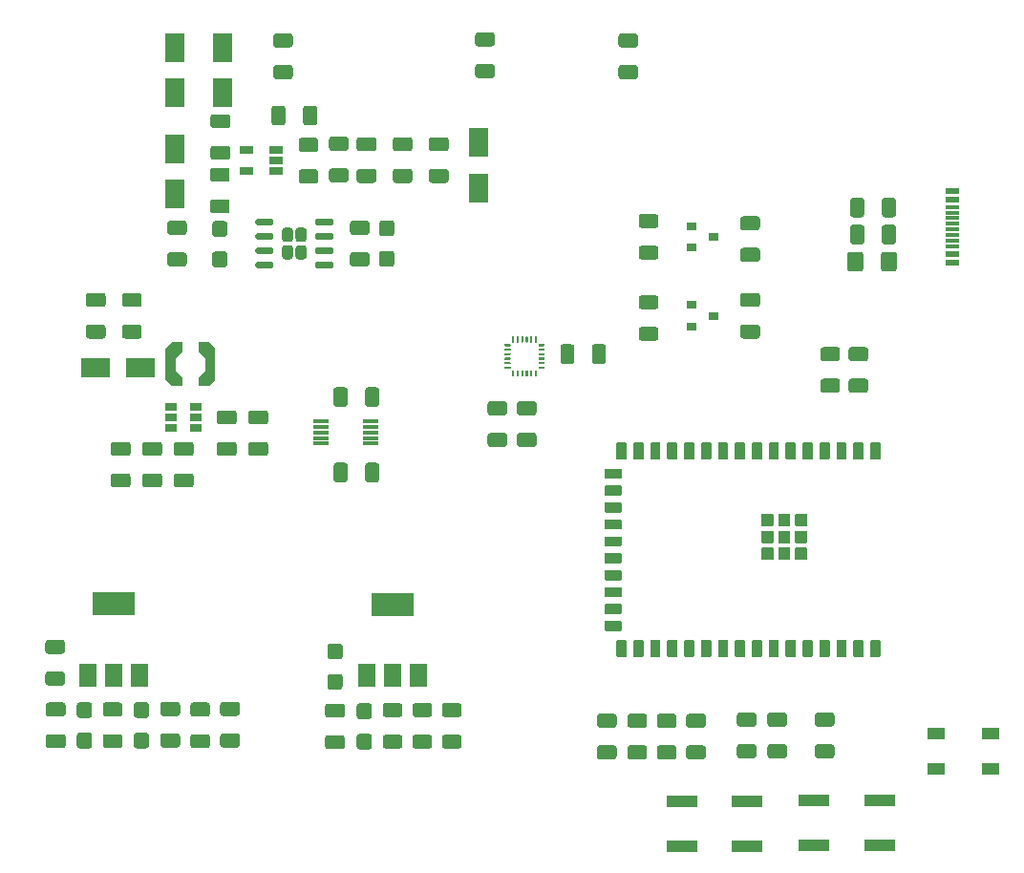
<source format=gbr>
G04 #@! TF.GenerationSoftware,KiCad,Pcbnew,(5.1.9)-1*
G04 #@! TF.CreationDate,2021-06-08T10:33:40+02:00*
G04 #@! TF.ProjectId,DynaQube,44796e61-5175-4626-952e-6b696361645f,v1.2*
G04 #@! TF.SameCoordinates,Original*
G04 #@! TF.FileFunction,Paste,Top*
G04 #@! TF.FilePolarity,Positive*
%FSLAX46Y46*%
G04 Gerber Fmt 4.6, Leading zero omitted, Abs format (unit mm)*
G04 Created by KiCad (PCBNEW (5.1.9)-1) date 2021-06-08 10:33:40*
%MOMM*%
%LPD*%
G01*
G04 APERTURE LIST*
%ADD10R,1.220000X0.650000*%
%ADD11R,1.800000X2.500000*%
%ADD12R,1.400000X0.300000*%
%ADD13R,1.060000X0.650000*%
%ADD14C,0.100000*%
%ADD15R,2.500000X1.800000*%
%ADD16R,0.900000X0.800000*%
%ADD17R,1.500000X2.000000*%
%ADD18R,3.800000X2.000000*%
%ADD19R,2.800000X1.000000*%
%ADD20R,1.160000X0.600000*%
%ADD21R,1.160000X0.300000*%
%ADD22R,1.500000X1.000000*%
G04 APERTURE END LIST*
G36*
G01*
X57575000Y-75375000D02*
X56325000Y-75375000D01*
G75*
G02*
X56075000Y-75125000I0J250000D01*
G01*
X56075000Y-74375000D01*
G75*
G02*
X56325000Y-74125000I250000J0D01*
G01*
X57575000Y-74125000D01*
G75*
G02*
X57825000Y-74375000I0J-250000D01*
G01*
X57825000Y-75125000D01*
G75*
G02*
X57575000Y-75375000I-250000J0D01*
G01*
G37*
G36*
G01*
X57575000Y-78175000D02*
X56325000Y-78175000D01*
G75*
G02*
X56075000Y-77925000I0J250000D01*
G01*
X56075000Y-77175000D01*
G75*
G02*
X56325000Y-76925000I250000J0D01*
G01*
X57575000Y-76925000D01*
G75*
G02*
X57825000Y-77175000I0J-250000D01*
G01*
X57825000Y-77925000D01*
G75*
G02*
X57575000Y-78175000I-250000J0D01*
G01*
G37*
G36*
G01*
X39875001Y-125650000D02*
X39024999Y-125650000D01*
G75*
G02*
X38775000Y-125400001I0J249999D01*
G01*
X38775000Y-124499999D01*
G75*
G02*
X39024999Y-124250000I249999J0D01*
G01*
X39875001Y-124250000D01*
G75*
G02*
X40125000Y-124499999I0J-249999D01*
G01*
X40125000Y-125400001D01*
G75*
G02*
X39875001Y-125650000I-249999J0D01*
G01*
G37*
G36*
G01*
X39875001Y-128350000D02*
X39024999Y-128350000D01*
G75*
G02*
X38775000Y-128100001I0J249999D01*
G01*
X38775000Y-127199999D01*
G75*
G02*
X39024999Y-126950000I249999J0D01*
G01*
X39875001Y-126950000D01*
G75*
G02*
X40125000Y-127199999I0J-249999D01*
G01*
X40125000Y-128100001D01*
G75*
G02*
X39875001Y-128350000I-249999J0D01*
G01*
G37*
D10*
X48790000Y-77200000D03*
X48790000Y-75300000D03*
X51410000Y-75300000D03*
X51410000Y-76250000D03*
X51410000Y-77200000D03*
G36*
G01*
X45825000Y-74925000D02*
X47075000Y-74925000D01*
G75*
G02*
X47325000Y-75175000I0J-250000D01*
G01*
X47325000Y-75925000D01*
G75*
G02*
X47075000Y-76175000I-250000J0D01*
G01*
X45825000Y-76175000D01*
G75*
G02*
X45575000Y-75925000I0J250000D01*
G01*
X45575000Y-75175000D01*
G75*
G02*
X45825000Y-74925000I250000J0D01*
G01*
G37*
G36*
G01*
X45825000Y-72125000D02*
X47075000Y-72125000D01*
G75*
G02*
X47325000Y-72375000I0J-250000D01*
G01*
X47325000Y-73125000D01*
G75*
G02*
X47075000Y-73375000I-250000J0D01*
G01*
X45825000Y-73375000D01*
G75*
G02*
X45575000Y-73125000I0J250000D01*
G01*
X45575000Y-72375000D01*
G75*
G02*
X45825000Y-72125000I250000J0D01*
G01*
G37*
G36*
G01*
X52225000Y-71625000D02*
X52225000Y-72875000D01*
G75*
G02*
X51975000Y-73125000I-250000J0D01*
G01*
X51225000Y-73125000D01*
G75*
G02*
X50975000Y-72875000I0J250000D01*
G01*
X50975000Y-71625000D01*
G75*
G02*
X51225000Y-71375000I250000J0D01*
G01*
X51975000Y-71375000D01*
G75*
G02*
X52225000Y-71625000I0J-250000D01*
G01*
G37*
G36*
G01*
X55025000Y-71625000D02*
X55025000Y-72875000D01*
G75*
G02*
X54775000Y-73125000I-250000J0D01*
G01*
X54025000Y-73125000D01*
G75*
G02*
X53775000Y-72875000I0J250000D01*
G01*
X53775000Y-71625000D01*
G75*
G02*
X54025000Y-71375000I250000J0D01*
G01*
X54775000Y-71375000D01*
G75*
G02*
X55025000Y-71625000I0J-250000D01*
G01*
G37*
D11*
X69350000Y-78650000D03*
X69350000Y-74650000D03*
G36*
G01*
X45775000Y-79675000D02*
X47025000Y-79675000D01*
G75*
G02*
X47275000Y-79925000I0J-250000D01*
G01*
X47275000Y-80675000D01*
G75*
G02*
X47025000Y-80925000I-250000J0D01*
G01*
X45775000Y-80925000D01*
G75*
G02*
X45525000Y-80675000I0J250000D01*
G01*
X45525000Y-79925000D01*
G75*
G02*
X45775000Y-79675000I250000J0D01*
G01*
G37*
G36*
G01*
X45775000Y-76875000D02*
X47025000Y-76875000D01*
G75*
G02*
X47275000Y-77125000I0J-250000D01*
G01*
X47275000Y-77875000D01*
G75*
G02*
X47025000Y-78125000I-250000J0D01*
G01*
X45775000Y-78125000D01*
G75*
G02*
X45525000Y-77875000I0J250000D01*
G01*
X45525000Y-77125000D01*
G75*
G02*
X45775000Y-76875000I250000J0D01*
G01*
G37*
G36*
G01*
X54875000Y-75475000D02*
X53625000Y-75475000D01*
G75*
G02*
X53375000Y-75225000I0J250000D01*
G01*
X53375000Y-74475000D01*
G75*
G02*
X53625000Y-74225000I250000J0D01*
G01*
X54875000Y-74225000D01*
G75*
G02*
X55125000Y-74475000I0J-250000D01*
G01*
X55125000Y-75225000D01*
G75*
G02*
X54875000Y-75475000I-250000J0D01*
G01*
G37*
G36*
G01*
X54875000Y-78275000D02*
X53625000Y-78275000D01*
G75*
G02*
X53375000Y-78025000I0J250000D01*
G01*
X53375000Y-77275000D01*
G75*
G02*
X53625000Y-77025000I250000J0D01*
G01*
X54875000Y-77025000D01*
G75*
G02*
X55125000Y-77275000I0J-250000D01*
G01*
X55125000Y-78025000D01*
G75*
G02*
X54875000Y-78275000I-250000J0D01*
G01*
G37*
D12*
X59790000Y-99330000D03*
X59790000Y-99830000D03*
X59790000Y-100330000D03*
X59790000Y-100830000D03*
X59790000Y-101330000D03*
X55390000Y-101330000D03*
X55390000Y-100830000D03*
X55390000Y-100330000D03*
X55390000Y-99830000D03*
X55390000Y-99330000D03*
G36*
G01*
X57725000Y-96575000D02*
X57725000Y-97825000D01*
G75*
G02*
X57475000Y-98075000I-250000J0D01*
G01*
X56725000Y-98075000D01*
G75*
G02*
X56475000Y-97825000I0J250000D01*
G01*
X56475000Y-96575000D01*
G75*
G02*
X56725000Y-96325000I250000J0D01*
G01*
X57475000Y-96325000D01*
G75*
G02*
X57725000Y-96575000I0J-250000D01*
G01*
G37*
G36*
G01*
X60525000Y-96575000D02*
X60525000Y-97825000D01*
G75*
G02*
X60275000Y-98075000I-250000J0D01*
G01*
X59525000Y-98075000D01*
G75*
G02*
X59275000Y-97825000I0J250000D01*
G01*
X59275000Y-96575000D01*
G75*
G02*
X59525000Y-96325000I250000J0D01*
G01*
X60275000Y-96325000D01*
G75*
G02*
X60525000Y-96575000I0J-250000D01*
G01*
G37*
G36*
G01*
X57725000Y-103275000D02*
X57725000Y-104525000D01*
G75*
G02*
X57475000Y-104775000I-250000J0D01*
G01*
X56725000Y-104775000D01*
G75*
G02*
X56475000Y-104525000I0J250000D01*
G01*
X56475000Y-103275000D01*
G75*
G02*
X56725000Y-103025000I250000J0D01*
G01*
X57475000Y-103025000D01*
G75*
G02*
X57725000Y-103275000I0J-250000D01*
G01*
G37*
G36*
G01*
X60525000Y-103275000D02*
X60525000Y-104525000D01*
G75*
G02*
X60275000Y-104775000I-250000J0D01*
G01*
X59525000Y-104775000D01*
G75*
G02*
X59275000Y-104525000I0J250000D01*
G01*
X59275000Y-103275000D01*
G75*
G02*
X59525000Y-103025000I250000J0D01*
G01*
X60275000Y-103025000D01*
G75*
G02*
X60525000Y-103275000I0J-250000D01*
G01*
G37*
G36*
G01*
X81975000Y-67775000D02*
X83225000Y-67775000D01*
G75*
G02*
X83475000Y-68025000I0J-250000D01*
G01*
X83475000Y-68775000D01*
G75*
G02*
X83225000Y-69025000I-250000J0D01*
G01*
X81975000Y-69025000D01*
G75*
G02*
X81725000Y-68775000I0J250000D01*
G01*
X81725000Y-68025000D01*
G75*
G02*
X81975000Y-67775000I250000J0D01*
G01*
G37*
G36*
G01*
X81975000Y-64975000D02*
X83225000Y-64975000D01*
G75*
G02*
X83475000Y-65225000I0J-250000D01*
G01*
X83475000Y-65975000D01*
G75*
G02*
X83225000Y-66225000I-250000J0D01*
G01*
X81975000Y-66225000D01*
G75*
G02*
X81725000Y-65975000I0J250000D01*
G01*
X81725000Y-65225000D01*
G75*
G02*
X81975000Y-64975000I250000J0D01*
G01*
G37*
D13*
X44300000Y-99000000D03*
X44300000Y-98050000D03*
X44300000Y-99950000D03*
X42100000Y-99950000D03*
X42100000Y-99000000D03*
X42100000Y-98050000D03*
G36*
G01*
X41025000Y-102425000D02*
X39775000Y-102425000D01*
G75*
G02*
X39525000Y-102175000I0J250000D01*
G01*
X39525000Y-101425000D01*
G75*
G02*
X39775000Y-101175000I250000J0D01*
G01*
X41025000Y-101175000D01*
G75*
G02*
X41275000Y-101425000I0J-250000D01*
G01*
X41275000Y-102175000D01*
G75*
G02*
X41025000Y-102425000I-250000J0D01*
G01*
G37*
G36*
G01*
X41025000Y-105225000D02*
X39775000Y-105225000D01*
G75*
G02*
X39525000Y-104975000I0J250000D01*
G01*
X39525000Y-104225000D01*
G75*
G02*
X39775000Y-103975000I250000J0D01*
G01*
X41025000Y-103975000D01*
G75*
G02*
X41275000Y-104225000I0J-250000D01*
G01*
X41275000Y-104975000D01*
G75*
G02*
X41025000Y-105225000I-250000J0D01*
G01*
G37*
G36*
G01*
X38225000Y-102425000D02*
X36975000Y-102425000D01*
G75*
G02*
X36725000Y-102175000I0J250000D01*
G01*
X36725000Y-101425000D01*
G75*
G02*
X36975000Y-101175000I250000J0D01*
G01*
X38225000Y-101175000D01*
G75*
G02*
X38475000Y-101425000I0J-250000D01*
G01*
X38475000Y-102175000D01*
G75*
G02*
X38225000Y-102425000I-250000J0D01*
G01*
G37*
G36*
G01*
X38225000Y-105225000D02*
X36975000Y-105225000D01*
G75*
G02*
X36725000Y-104975000I0J250000D01*
G01*
X36725000Y-104225000D01*
G75*
G02*
X36975000Y-103975000I250000J0D01*
G01*
X38225000Y-103975000D01*
G75*
G02*
X38475000Y-104225000I0J-250000D01*
G01*
X38475000Y-104975000D01*
G75*
G02*
X38225000Y-105225000I-250000J0D01*
G01*
G37*
G36*
G01*
X43825000Y-102425000D02*
X42575000Y-102425000D01*
G75*
G02*
X42325000Y-102175000I0J250000D01*
G01*
X42325000Y-101425000D01*
G75*
G02*
X42575000Y-101175000I250000J0D01*
G01*
X43825000Y-101175000D01*
G75*
G02*
X44075000Y-101425000I0J-250000D01*
G01*
X44075000Y-102175000D01*
G75*
G02*
X43825000Y-102425000I-250000J0D01*
G01*
G37*
G36*
G01*
X43825000Y-105225000D02*
X42575000Y-105225000D01*
G75*
G02*
X42325000Y-104975000I0J250000D01*
G01*
X42325000Y-104225000D01*
G75*
G02*
X42575000Y-103975000I250000J0D01*
G01*
X43825000Y-103975000D01*
G75*
G02*
X44075000Y-104225000I0J-250000D01*
G01*
X44075000Y-104975000D01*
G75*
G02*
X43825000Y-105225000I-250000J0D01*
G01*
G37*
D14*
G36*
X44550000Y-95470000D02*
G01*
X45130000Y-94875000D01*
X45130000Y-93725000D01*
X44550000Y-93130000D01*
X44550000Y-92355000D01*
X45440000Y-92355000D01*
X46000000Y-92905000D01*
X46000000Y-95695000D01*
X45440000Y-96245000D01*
X44550000Y-96245000D01*
X44550000Y-95470000D01*
G37*
G36*
X41600000Y-95695000D02*
G01*
X41600000Y-92905000D01*
X42160000Y-92355000D01*
X43050000Y-92355000D01*
X43050000Y-93130000D01*
X42470000Y-93725000D01*
X42470000Y-94875000D01*
X43050000Y-95470000D01*
X43050000Y-96245000D01*
X42160000Y-96245000D01*
X41600000Y-95695000D01*
G37*
D15*
X39400000Y-94600000D03*
X35400000Y-94600000D03*
G36*
G01*
X46375000Y-101175000D02*
X47625000Y-101175000D01*
G75*
G02*
X47875000Y-101425000I0J-250000D01*
G01*
X47875000Y-102175000D01*
G75*
G02*
X47625000Y-102425000I-250000J0D01*
G01*
X46375000Y-102425000D01*
G75*
G02*
X46125000Y-102175000I0J250000D01*
G01*
X46125000Y-101425000D01*
G75*
G02*
X46375000Y-101175000I250000J0D01*
G01*
G37*
G36*
G01*
X46375000Y-98375000D02*
X47625000Y-98375000D01*
G75*
G02*
X47875000Y-98625000I0J-250000D01*
G01*
X47875000Y-99375000D01*
G75*
G02*
X47625000Y-99625000I-250000J0D01*
G01*
X46375000Y-99625000D01*
G75*
G02*
X46125000Y-99375000I0J250000D01*
G01*
X46125000Y-98625000D01*
G75*
G02*
X46375000Y-98375000I250000J0D01*
G01*
G37*
G36*
G01*
X49175000Y-101175000D02*
X50425000Y-101175000D01*
G75*
G02*
X50675000Y-101425000I0J-250000D01*
G01*
X50675000Y-102175000D01*
G75*
G02*
X50425000Y-102425000I-250000J0D01*
G01*
X49175000Y-102425000D01*
G75*
G02*
X48925000Y-102175000I0J250000D01*
G01*
X48925000Y-101425000D01*
G75*
G02*
X49175000Y-101175000I250000J0D01*
G01*
G37*
G36*
G01*
X49175000Y-98375000D02*
X50425000Y-98375000D01*
G75*
G02*
X50675000Y-98625000I0J-250000D01*
G01*
X50675000Y-99375000D01*
G75*
G02*
X50425000Y-99625000I-250000J0D01*
G01*
X49175000Y-99625000D01*
G75*
G02*
X48925000Y-99375000I0J250000D01*
G01*
X48925000Y-98625000D01*
G75*
G02*
X49175000Y-98375000I250000J0D01*
G01*
G37*
G36*
G01*
X36025000Y-89225000D02*
X34775000Y-89225000D01*
G75*
G02*
X34525000Y-88975000I0J250000D01*
G01*
X34525000Y-88225000D01*
G75*
G02*
X34775000Y-87975000I250000J0D01*
G01*
X36025000Y-87975000D01*
G75*
G02*
X36275000Y-88225000I0J-250000D01*
G01*
X36275000Y-88975000D01*
G75*
G02*
X36025000Y-89225000I-250000J0D01*
G01*
G37*
G36*
G01*
X36025000Y-92025000D02*
X34775000Y-92025000D01*
G75*
G02*
X34525000Y-91775000I0J250000D01*
G01*
X34525000Y-91025000D01*
G75*
G02*
X34775000Y-90775000I250000J0D01*
G01*
X36025000Y-90775000D01*
G75*
G02*
X36275000Y-91025000I0J-250000D01*
G01*
X36275000Y-91775000D01*
G75*
G02*
X36025000Y-92025000I-250000J0D01*
G01*
G37*
G36*
G01*
X39225000Y-89225000D02*
X37975000Y-89225000D01*
G75*
G02*
X37725000Y-88975000I0J250000D01*
G01*
X37725000Y-88225000D01*
G75*
G02*
X37975000Y-87975000I250000J0D01*
G01*
X39225000Y-87975000D01*
G75*
G02*
X39475000Y-88225000I0J-250000D01*
G01*
X39475000Y-88975000D01*
G75*
G02*
X39225000Y-89225000I-250000J0D01*
G01*
G37*
G36*
G01*
X39225000Y-92025000D02*
X37975000Y-92025000D01*
G75*
G02*
X37725000Y-91775000I0J250000D01*
G01*
X37725000Y-91025000D01*
G75*
G02*
X37975000Y-90775000I250000J0D01*
G01*
X39225000Y-90775000D01*
G75*
G02*
X39475000Y-91025000I0J-250000D01*
G01*
X39475000Y-91775000D01*
G75*
G02*
X39225000Y-92025000I-250000J0D01*
G01*
G37*
D11*
X42400000Y-70200000D03*
X42400000Y-66200000D03*
G36*
G01*
X54850000Y-81845000D02*
X54850000Y-81545000D01*
G75*
G02*
X55000000Y-81395000I150000J0D01*
G01*
X56300000Y-81395000D01*
G75*
G02*
X56450000Y-81545000I0J-150000D01*
G01*
X56450000Y-81845000D01*
G75*
G02*
X56300000Y-81995000I-150000J0D01*
G01*
X55000000Y-81995000D01*
G75*
G02*
X54850000Y-81845000I0J150000D01*
G01*
G37*
G36*
G01*
X54850000Y-83115000D02*
X54850000Y-82815000D01*
G75*
G02*
X55000000Y-82665000I150000J0D01*
G01*
X56300000Y-82665000D01*
G75*
G02*
X56450000Y-82815000I0J-150000D01*
G01*
X56450000Y-83115000D01*
G75*
G02*
X56300000Y-83265000I-150000J0D01*
G01*
X55000000Y-83265000D01*
G75*
G02*
X54850000Y-83115000I0J150000D01*
G01*
G37*
G36*
G01*
X54850000Y-84385000D02*
X54850000Y-84085000D01*
G75*
G02*
X55000000Y-83935000I150000J0D01*
G01*
X56300000Y-83935000D01*
G75*
G02*
X56450000Y-84085000I0J-150000D01*
G01*
X56450000Y-84385000D01*
G75*
G02*
X56300000Y-84535000I-150000J0D01*
G01*
X55000000Y-84535000D01*
G75*
G02*
X54850000Y-84385000I0J150000D01*
G01*
G37*
G36*
G01*
X54850000Y-85655000D02*
X54850000Y-85355000D01*
G75*
G02*
X55000000Y-85205000I150000J0D01*
G01*
X56300000Y-85205000D01*
G75*
G02*
X56450000Y-85355000I0J-150000D01*
G01*
X56450000Y-85655000D01*
G75*
G02*
X56300000Y-85805000I-150000J0D01*
G01*
X55000000Y-85805000D01*
G75*
G02*
X54850000Y-85655000I0J150000D01*
G01*
G37*
G36*
G01*
X49550000Y-85655000D02*
X49550000Y-85355000D01*
G75*
G02*
X49700000Y-85205000I150000J0D01*
G01*
X51000000Y-85205000D01*
G75*
G02*
X51150000Y-85355000I0J-150000D01*
G01*
X51150000Y-85655000D01*
G75*
G02*
X51000000Y-85805000I-150000J0D01*
G01*
X49700000Y-85805000D01*
G75*
G02*
X49550000Y-85655000I0J150000D01*
G01*
G37*
G36*
G01*
X49550000Y-84385000D02*
X49550000Y-84085000D01*
G75*
G02*
X49700000Y-83935000I150000J0D01*
G01*
X51000000Y-83935000D01*
G75*
G02*
X51150000Y-84085000I0J-150000D01*
G01*
X51150000Y-84385000D01*
G75*
G02*
X51000000Y-84535000I-150000J0D01*
G01*
X49700000Y-84535000D01*
G75*
G02*
X49550000Y-84385000I0J150000D01*
G01*
G37*
G36*
G01*
X49550000Y-83115000D02*
X49550000Y-82815000D01*
G75*
G02*
X49700000Y-82665000I150000J0D01*
G01*
X51000000Y-82665000D01*
G75*
G02*
X51150000Y-82815000I0J-150000D01*
G01*
X51150000Y-83115000D01*
G75*
G02*
X51000000Y-83265000I-150000J0D01*
G01*
X49700000Y-83265000D01*
G75*
G02*
X49550000Y-83115000I0J150000D01*
G01*
G37*
G36*
G01*
X49550000Y-81845000D02*
X49550000Y-81545000D01*
G75*
G02*
X49700000Y-81395000I150000J0D01*
G01*
X51000000Y-81395000D01*
G75*
G02*
X51150000Y-81545000I0J-150000D01*
G01*
X51150000Y-81845000D01*
G75*
G02*
X51000000Y-81995000I-150000J0D01*
G01*
X49700000Y-81995000D01*
G75*
G02*
X49550000Y-81845000I0J150000D01*
G01*
G37*
G36*
G01*
X53115000Y-84757500D02*
X53115000Y-83992500D01*
G75*
G02*
X53357500Y-83750000I242500J0D01*
G01*
X53842500Y-83750000D01*
G75*
G02*
X54085000Y-83992500I0J-242500D01*
G01*
X54085000Y-84757500D01*
G75*
G02*
X53842500Y-85000000I-242500J0D01*
G01*
X53357500Y-85000000D01*
G75*
G02*
X53115000Y-84757500I0J242500D01*
G01*
G37*
G36*
G01*
X53115000Y-83207500D02*
X53115000Y-82442500D01*
G75*
G02*
X53357500Y-82200000I242500J0D01*
G01*
X53842500Y-82200000D01*
G75*
G02*
X54085000Y-82442500I0J-242500D01*
G01*
X54085000Y-83207500D01*
G75*
G02*
X53842500Y-83450000I-242500J0D01*
G01*
X53357500Y-83450000D01*
G75*
G02*
X53115000Y-83207500I0J242500D01*
G01*
G37*
G36*
G01*
X51915000Y-84757500D02*
X51915000Y-83992500D01*
G75*
G02*
X52157500Y-83750000I242500J0D01*
G01*
X52642500Y-83750000D01*
G75*
G02*
X52885000Y-83992500I0J-242500D01*
G01*
X52885000Y-84757500D01*
G75*
G02*
X52642500Y-85000000I-242500J0D01*
G01*
X52157500Y-85000000D01*
G75*
G02*
X51915000Y-84757500I0J242500D01*
G01*
G37*
G36*
G01*
X51915000Y-83207500D02*
X51915000Y-82442500D01*
G75*
G02*
X52157500Y-82200000I242500J0D01*
G01*
X52642500Y-82200000D01*
G75*
G02*
X52885000Y-82442500I0J-242500D01*
G01*
X52885000Y-83207500D01*
G75*
G02*
X52642500Y-83450000I-242500J0D01*
G01*
X52157500Y-83450000D01*
G75*
G02*
X51915000Y-83207500I0J242500D01*
G01*
G37*
G36*
G01*
X58775000Y-76975000D02*
X60025000Y-76975000D01*
G75*
G02*
X60275000Y-77225000I0J-250000D01*
G01*
X60275000Y-77975000D01*
G75*
G02*
X60025000Y-78225000I-250000J0D01*
G01*
X58775000Y-78225000D01*
G75*
G02*
X58525000Y-77975000I0J250000D01*
G01*
X58525000Y-77225000D01*
G75*
G02*
X58775000Y-76975000I250000J0D01*
G01*
G37*
G36*
G01*
X58775000Y-74175000D02*
X60025000Y-74175000D01*
G75*
G02*
X60275000Y-74425000I0J-250000D01*
G01*
X60275000Y-75175000D01*
G75*
G02*
X60025000Y-75425000I-250000J0D01*
G01*
X58775000Y-75425000D01*
G75*
G02*
X58525000Y-75175000I0J250000D01*
G01*
X58525000Y-74425000D01*
G75*
G02*
X58775000Y-74175000I250000J0D01*
G01*
G37*
G36*
G01*
X41975000Y-84375000D02*
X43225000Y-84375000D01*
G75*
G02*
X43475000Y-84625000I0J-250000D01*
G01*
X43475000Y-85375000D01*
G75*
G02*
X43225000Y-85625000I-250000J0D01*
G01*
X41975000Y-85625000D01*
G75*
G02*
X41725000Y-85375000I0J250000D01*
G01*
X41725000Y-84625000D01*
G75*
G02*
X41975000Y-84375000I250000J0D01*
G01*
G37*
G36*
G01*
X41975000Y-81575000D02*
X43225000Y-81575000D01*
G75*
G02*
X43475000Y-81825000I0J-250000D01*
G01*
X43475000Y-82575000D01*
G75*
G02*
X43225000Y-82825000I-250000J0D01*
G01*
X41975000Y-82825000D01*
G75*
G02*
X41725000Y-82575000I0J250000D01*
G01*
X41725000Y-81825000D01*
G75*
G02*
X41975000Y-81575000I250000J0D01*
G01*
G37*
G36*
G01*
X59425000Y-82825000D02*
X58175000Y-82825000D01*
G75*
G02*
X57925000Y-82575000I0J250000D01*
G01*
X57925000Y-81825000D01*
G75*
G02*
X58175000Y-81575000I250000J0D01*
G01*
X59425000Y-81575000D01*
G75*
G02*
X59675000Y-81825000I0J-250000D01*
G01*
X59675000Y-82575000D01*
G75*
G02*
X59425000Y-82825000I-250000J0D01*
G01*
G37*
G36*
G01*
X59425000Y-85625000D02*
X58175000Y-85625000D01*
G75*
G02*
X57925000Y-85375000I0J250000D01*
G01*
X57925000Y-84625000D01*
G75*
G02*
X58175000Y-84375000I250000J0D01*
G01*
X59425000Y-84375000D01*
G75*
G02*
X59675000Y-84625000I0J-250000D01*
G01*
X59675000Y-85375000D01*
G75*
G02*
X59425000Y-85625000I-250000J0D01*
G01*
G37*
G36*
G01*
X66425000Y-75425000D02*
X65175000Y-75425000D01*
G75*
G02*
X64925000Y-75175000I0J250000D01*
G01*
X64925000Y-74425000D01*
G75*
G02*
X65175000Y-74175000I250000J0D01*
G01*
X66425000Y-74175000D01*
G75*
G02*
X66675000Y-74425000I0J-250000D01*
G01*
X66675000Y-75175000D01*
G75*
G02*
X66425000Y-75425000I-250000J0D01*
G01*
G37*
G36*
G01*
X66425000Y-78225000D02*
X65175000Y-78225000D01*
G75*
G02*
X64925000Y-77975000I0J250000D01*
G01*
X64925000Y-77225000D01*
G75*
G02*
X65175000Y-76975000I250000J0D01*
G01*
X66425000Y-76975000D01*
G75*
G02*
X66675000Y-77225000I0J-250000D01*
G01*
X66675000Y-77975000D01*
G75*
G02*
X66425000Y-78225000I-250000J0D01*
G01*
G37*
G36*
G01*
X63225000Y-75425000D02*
X61975000Y-75425000D01*
G75*
G02*
X61725000Y-75175000I0J250000D01*
G01*
X61725000Y-74425000D01*
G75*
G02*
X61975000Y-74175000I250000J0D01*
G01*
X63225000Y-74175000D01*
G75*
G02*
X63475000Y-74425000I0J-250000D01*
G01*
X63475000Y-75175000D01*
G75*
G02*
X63225000Y-75425000I-250000J0D01*
G01*
G37*
G36*
G01*
X63225000Y-78225000D02*
X61975000Y-78225000D01*
G75*
G02*
X61725000Y-77975000I0J250000D01*
G01*
X61725000Y-77225000D01*
G75*
G02*
X61975000Y-76975000I250000J0D01*
G01*
X63225000Y-76975000D01*
G75*
G02*
X63475000Y-77225000I0J-250000D01*
G01*
X63475000Y-77975000D01*
G75*
G02*
X63225000Y-78225000I-250000J0D01*
G01*
G37*
X46600000Y-70200000D03*
X46600000Y-66200000D03*
X42400000Y-79200000D03*
X42400000Y-75200000D03*
G36*
G01*
X61625001Y-82950000D02*
X60774999Y-82950000D01*
G75*
G02*
X60525000Y-82700001I0J249999D01*
G01*
X60525000Y-81799999D01*
G75*
G02*
X60774999Y-81550000I249999J0D01*
G01*
X61625001Y-81550000D01*
G75*
G02*
X61875000Y-81799999I0J-249999D01*
G01*
X61875000Y-82700001D01*
G75*
G02*
X61625001Y-82950000I-249999J0D01*
G01*
G37*
G36*
G01*
X61625001Y-85650000D02*
X60774999Y-85650000D01*
G75*
G02*
X60525000Y-85400001I0J249999D01*
G01*
X60525000Y-84499999D01*
G75*
G02*
X60774999Y-84250000I249999J0D01*
G01*
X61625001Y-84250000D01*
G75*
G02*
X61875000Y-84499999I0J-249999D01*
G01*
X61875000Y-85400001D01*
G75*
G02*
X61625001Y-85650000I-249999J0D01*
G01*
G37*
G36*
G01*
X46825001Y-83000000D02*
X45974999Y-83000000D01*
G75*
G02*
X45725000Y-82750001I0J249999D01*
G01*
X45725000Y-81849999D01*
G75*
G02*
X45974999Y-81600000I249999J0D01*
G01*
X46825001Y-81600000D01*
G75*
G02*
X47075000Y-81849999I0J-249999D01*
G01*
X47075000Y-82750001D01*
G75*
G02*
X46825001Y-83000000I-249999J0D01*
G01*
G37*
G36*
G01*
X46825001Y-85700000D02*
X45974999Y-85700000D01*
G75*
G02*
X45725000Y-85450001I0J249999D01*
G01*
X45725000Y-84549999D01*
G75*
G02*
X45974999Y-84300000I249999J0D01*
G01*
X46825001Y-84300000D01*
G75*
G02*
X47075000Y-84549999I0J-249999D01*
G01*
X47075000Y-85450001D01*
G75*
G02*
X46825001Y-85700000I-249999J0D01*
G01*
G37*
G36*
G01*
X99375000Y-127975000D02*
X100625000Y-127975000D01*
G75*
G02*
X100875000Y-128225000I0J-250000D01*
G01*
X100875000Y-128975000D01*
G75*
G02*
X100625000Y-129225000I-250000J0D01*
G01*
X99375000Y-129225000D01*
G75*
G02*
X99125000Y-128975000I0J250000D01*
G01*
X99125000Y-128225000D01*
G75*
G02*
X99375000Y-127975000I250000J0D01*
G01*
G37*
G36*
G01*
X99375000Y-125175000D02*
X100625000Y-125175000D01*
G75*
G02*
X100875000Y-125425000I0J-250000D01*
G01*
X100875000Y-126175000D01*
G75*
G02*
X100625000Y-126425000I-250000J0D01*
G01*
X99375000Y-126425000D01*
G75*
G02*
X99125000Y-126175000I0J250000D01*
G01*
X99125000Y-125425000D01*
G75*
G02*
X99375000Y-125175000I250000J0D01*
G01*
G37*
G36*
G01*
X95388100Y-111660000D02*
X94461900Y-111660000D01*
G75*
G02*
X94375000Y-111573100I0J86900D01*
G01*
X94375000Y-110646900D01*
G75*
G02*
X94461900Y-110560000I86900J0D01*
G01*
X95388100Y-110560000D01*
G75*
G02*
X95475000Y-110646900I0J-86900D01*
G01*
X95475000Y-111573100D01*
G75*
G02*
X95388100Y-111660000I-86900J0D01*
G01*
G37*
G36*
G01*
X95388100Y-110160000D02*
X94461900Y-110160000D01*
G75*
G02*
X94375000Y-110073100I0J86900D01*
G01*
X94375000Y-109146900D01*
G75*
G02*
X94461900Y-109060000I86900J0D01*
G01*
X95388100Y-109060000D01*
G75*
G02*
X95475000Y-109146900I0J-86900D01*
G01*
X95475000Y-110073100D01*
G75*
G02*
X95388100Y-110160000I-86900J0D01*
G01*
G37*
G36*
G01*
X95388100Y-108660000D02*
X94461900Y-108660000D01*
G75*
G02*
X94375000Y-108573100I0J86900D01*
G01*
X94375000Y-107646900D01*
G75*
G02*
X94461900Y-107560000I86900J0D01*
G01*
X95388100Y-107560000D01*
G75*
G02*
X95475000Y-107646900I0J-86900D01*
G01*
X95475000Y-108573100D01*
G75*
G02*
X95388100Y-108660000I-86900J0D01*
G01*
G37*
G36*
G01*
X96888100Y-111660000D02*
X95961900Y-111660000D01*
G75*
G02*
X95875000Y-111573100I0J86900D01*
G01*
X95875000Y-110646900D01*
G75*
G02*
X95961900Y-110560000I86900J0D01*
G01*
X96888100Y-110560000D01*
G75*
G02*
X96975000Y-110646900I0J-86900D01*
G01*
X96975000Y-111573100D01*
G75*
G02*
X96888100Y-111660000I-86900J0D01*
G01*
G37*
G36*
G01*
X96888100Y-110160000D02*
X95961900Y-110160000D01*
G75*
G02*
X95875000Y-110073100I0J86900D01*
G01*
X95875000Y-109146900D01*
G75*
G02*
X95961900Y-109060000I86900J0D01*
G01*
X96888100Y-109060000D01*
G75*
G02*
X96975000Y-109146900I0J-86900D01*
G01*
X96975000Y-110073100D01*
G75*
G02*
X96888100Y-110160000I-86900J0D01*
G01*
G37*
G36*
G01*
X96888100Y-108660000D02*
X95961900Y-108660000D01*
G75*
G02*
X95875000Y-108573100I0J86900D01*
G01*
X95875000Y-107646900D01*
G75*
G02*
X95961900Y-107560000I86900J0D01*
G01*
X96888100Y-107560000D01*
G75*
G02*
X96975000Y-107646900I0J-86900D01*
G01*
X96975000Y-108573100D01*
G75*
G02*
X96888100Y-108660000I-86900J0D01*
G01*
G37*
G36*
G01*
X98388100Y-111660000D02*
X97461900Y-111660000D01*
G75*
G02*
X97375000Y-111573100I0J86900D01*
G01*
X97375000Y-110646900D01*
G75*
G02*
X97461900Y-110560000I86900J0D01*
G01*
X98388100Y-110560000D01*
G75*
G02*
X98475000Y-110646900I0J-86900D01*
G01*
X98475000Y-111573100D01*
G75*
G02*
X98388100Y-111660000I-86900J0D01*
G01*
G37*
G36*
G01*
X98388100Y-110160000D02*
X97461900Y-110160000D01*
G75*
G02*
X97375000Y-110073100I0J86900D01*
G01*
X97375000Y-109146900D01*
G75*
G02*
X97461900Y-109060000I86900J0D01*
G01*
X98388100Y-109060000D01*
G75*
G02*
X98475000Y-109146900I0J-86900D01*
G01*
X98475000Y-110073100D01*
G75*
G02*
X98388100Y-110160000I-86900J0D01*
G01*
G37*
G36*
G01*
X98388100Y-108660000D02*
X97461900Y-108660000D01*
G75*
G02*
X97375000Y-108573100I0J86900D01*
G01*
X97375000Y-107646900D01*
G75*
G02*
X97461900Y-107560000I86900J0D01*
G01*
X98388100Y-107560000D01*
G75*
G02*
X98475000Y-107646900I0J-86900D01*
G01*
X98475000Y-108573100D01*
G75*
G02*
X98388100Y-108660000I-86900J0D01*
G01*
G37*
G36*
G01*
X104878900Y-120250000D02*
X104121100Y-120250000D01*
G75*
G02*
X104050000Y-120178900I0J71100D01*
G01*
X104050000Y-118821100D01*
G75*
G02*
X104121100Y-118750000I71100J0D01*
G01*
X104878900Y-118750000D01*
G75*
G02*
X104950000Y-118821100I0J-71100D01*
G01*
X104950000Y-120178900D01*
G75*
G02*
X104878900Y-120250000I-71100J0D01*
G01*
G37*
G36*
G01*
X103378900Y-120250000D02*
X102621100Y-120250000D01*
G75*
G02*
X102550000Y-120178900I0J71100D01*
G01*
X102550000Y-118821100D01*
G75*
G02*
X102621100Y-118750000I71100J0D01*
G01*
X103378900Y-118750000D01*
G75*
G02*
X103450000Y-118821100I0J-71100D01*
G01*
X103450000Y-120178900D01*
G75*
G02*
X103378900Y-120250000I-71100J0D01*
G01*
G37*
G36*
G01*
X101878900Y-120250000D02*
X101121100Y-120250000D01*
G75*
G02*
X101050000Y-120178900I0J71100D01*
G01*
X101050000Y-118821100D01*
G75*
G02*
X101121100Y-118750000I71100J0D01*
G01*
X101878900Y-118750000D01*
G75*
G02*
X101950000Y-118821100I0J-71100D01*
G01*
X101950000Y-120178900D01*
G75*
G02*
X101878900Y-120250000I-71100J0D01*
G01*
G37*
G36*
G01*
X100378900Y-120250000D02*
X99621100Y-120250000D01*
G75*
G02*
X99550000Y-120178900I0J71100D01*
G01*
X99550000Y-118821100D01*
G75*
G02*
X99621100Y-118750000I71100J0D01*
G01*
X100378900Y-118750000D01*
G75*
G02*
X100450000Y-118821100I0J-71100D01*
G01*
X100450000Y-120178900D01*
G75*
G02*
X100378900Y-120250000I-71100J0D01*
G01*
G37*
G36*
G01*
X98878900Y-120250000D02*
X98121100Y-120250000D01*
G75*
G02*
X98050000Y-120178900I0J71100D01*
G01*
X98050000Y-118821100D01*
G75*
G02*
X98121100Y-118750000I71100J0D01*
G01*
X98878900Y-118750000D01*
G75*
G02*
X98950000Y-118821100I0J-71100D01*
G01*
X98950000Y-120178900D01*
G75*
G02*
X98878900Y-120250000I-71100J0D01*
G01*
G37*
G36*
G01*
X97378900Y-120250000D02*
X96621100Y-120250000D01*
G75*
G02*
X96550000Y-120178900I0J71100D01*
G01*
X96550000Y-118821100D01*
G75*
G02*
X96621100Y-118750000I71100J0D01*
G01*
X97378900Y-118750000D01*
G75*
G02*
X97450000Y-118821100I0J-71100D01*
G01*
X97450000Y-120178900D01*
G75*
G02*
X97378900Y-120250000I-71100J0D01*
G01*
G37*
G36*
G01*
X95878900Y-120250000D02*
X95121100Y-120250000D01*
G75*
G02*
X95050000Y-120178900I0J71100D01*
G01*
X95050000Y-118821100D01*
G75*
G02*
X95121100Y-118750000I71100J0D01*
G01*
X95878900Y-118750000D01*
G75*
G02*
X95950000Y-118821100I0J-71100D01*
G01*
X95950000Y-120178900D01*
G75*
G02*
X95878900Y-120250000I-71100J0D01*
G01*
G37*
G36*
G01*
X94378900Y-120250000D02*
X93621100Y-120250000D01*
G75*
G02*
X93550000Y-120178900I0J71100D01*
G01*
X93550000Y-118821100D01*
G75*
G02*
X93621100Y-118750000I71100J0D01*
G01*
X94378900Y-118750000D01*
G75*
G02*
X94450000Y-118821100I0J-71100D01*
G01*
X94450000Y-120178900D01*
G75*
G02*
X94378900Y-120250000I-71100J0D01*
G01*
G37*
G36*
G01*
X92878900Y-120250000D02*
X92121100Y-120250000D01*
G75*
G02*
X92050000Y-120178900I0J71100D01*
G01*
X92050000Y-118821100D01*
G75*
G02*
X92121100Y-118750000I71100J0D01*
G01*
X92878900Y-118750000D01*
G75*
G02*
X92950000Y-118821100I0J-71100D01*
G01*
X92950000Y-120178900D01*
G75*
G02*
X92878900Y-120250000I-71100J0D01*
G01*
G37*
G36*
G01*
X91378900Y-120250000D02*
X90621100Y-120250000D01*
G75*
G02*
X90550000Y-120178900I0J71100D01*
G01*
X90550000Y-118821100D01*
G75*
G02*
X90621100Y-118750000I71100J0D01*
G01*
X91378900Y-118750000D01*
G75*
G02*
X91450000Y-118821100I0J-71100D01*
G01*
X91450000Y-120178900D01*
G75*
G02*
X91378900Y-120250000I-71100J0D01*
G01*
G37*
G36*
G01*
X89878900Y-120250000D02*
X89121100Y-120250000D01*
G75*
G02*
X89050000Y-120178900I0J71100D01*
G01*
X89050000Y-118821100D01*
G75*
G02*
X89121100Y-118750000I71100J0D01*
G01*
X89878900Y-118750000D01*
G75*
G02*
X89950000Y-118821100I0J-71100D01*
G01*
X89950000Y-120178900D01*
G75*
G02*
X89878900Y-120250000I-71100J0D01*
G01*
G37*
G36*
G01*
X88378900Y-120250000D02*
X87621100Y-120250000D01*
G75*
G02*
X87550000Y-120178900I0J71100D01*
G01*
X87550000Y-118821100D01*
G75*
G02*
X87621100Y-118750000I71100J0D01*
G01*
X88378900Y-118750000D01*
G75*
G02*
X88450000Y-118821100I0J-71100D01*
G01*
X88450000Y-120178900D01*
G75*
G02*
X88378900Y-120250000I-71100J0D01*
G01*
G37*
G36*
G01*
X86878900Y-120250000D02*
X86121100Y-120250000D01*
G75*
G02*
X86050000Y-120178900I0J71100D01*
G01*
X86050000Y-118821100D01*
G75*
G02*
X86121100Y-118750000I71100J0D01*
G01*
X86878900Y-118750000D01*
G75*
G02*
X86950000Y-118821100I0J-71100D01*
G01*
X86950000Y-120178900D01*
G75*
G02*
X86878900Y-120250000I-71100J0D01*
G01*
G37*
G36*
G01*
X85378900Y-120250000D02*
X84621100Y-120250000D01*
G75*
G02*
X84550000Y-120178900I0J71100D01*
G01*
X84550000Y-118821100D01*
G75*
G02*
X84621100Y-118750000I71100J0D01*
G01*
X85378900Y-118750000D01*
G75*
G02*
X85450000Y-118821100I0J-71100D01*
G01*
X85450000Y-120178900D01*
G75*
G02*
X85378900Y-120250000I-71100J0D01*
G01*
G37*
G36*
G01*
X83878900Y-120250000D02*
X83121100Y-120250000D01*
G75*
G02*
X83050000Y-120178900I0J71100D01*
G01*
X83050000Y-118821100D01*
G75*
G02*
X83121100Y-118750000I71100J0D01*
G01*
X83878900Y-118750000D01*
G75*
G02*
X83950000Y-118821100I0J-71100D01*
G01*
X83950000Y-120178900D01*
G75*
G02*
X83878900Y-120250000I-71100J0D01*
G01*
G37*
G36*
G01*
X82378900Y-120250000D02*
X81621100Y-120250000D01*
G75*
G02*
X81550000Y-120178900I0J71100D01*
G01*
X81550000Y-118821100D01*
G75*
G02*
X81621100Y-118750000I71100J0D01*
G01*
X82378900Y-118750000D01*
G75*
G02*
X82450000Y-118821100I0J-71100D01*
G01*
X82450000Y-120178900D01*
G75*
G02*
X82378900Y-120250000I-71100J0D01*
G01*
G37*
G36*
G01*
X80500000Y-117878900D02*
X80500000Y-117121100D01*
G75*
G02*
X80571100Y-117050000I71100J0D01*
G01*
X81928900Y-117050000D01*
G75*
G02*
X82000000Y-117121100I0J-71100D01*
G01*
X82000000Y-117878900D01*
G75*
G02*
X81928900Y-117950000I-71100J0D01*
G01*
X80571100Y-117950000D01*
G75*
G02*
X80500000Y-117878900I0J71100D01*
G01*
G37*
G36*
G01*
X80500000Y-116378900D02*
X80500000Y-115621100D01*
G75*
G02*
X80571100Y-115550000I71100J0D01*
G01*
X81928900Y-115550000D01*
G75*
G02*
X82000000Y-115621100I0J-71100D01*
G01*
X82000000Y-116378900D01*
G75*
G02*
X81928900Y-116450000I-71100J0D01*
G01*
X80571100Y-116450000D01*
G75*
G02*
X80500000Y-116378900I0J71100D01*
G01*
G37*
G36*
G01*
X80500000Y-114878900D02*
X80500000Y-114121100D01*
G75*
G02*
X80571100Y-114050000I71100J0D01*
G01*
X81928900Y-114050000D01*
G75*
G02*
X82000000Y-114121100I0J-71100D01*
G01*
X82000000Y-114878900D01*
G75*
G02*
X81928900Y-114950000I-71100J0D01*
G01*
X80571100Y-114950000D01*
G75*
G02*
X80500000Y-114878900I0J71100D01*
G01*
G37*
G36*
G01*
X80500000Y-113378900D02*
X80500000Y-112621100D01*
G75*
G02*
X80571100Y-112550000I71100J0D01*
G01*
X81928900Y-112550000D01*
G75*
G02*
X82000000Y-112621100I0J-71100D01*
G01*
X82000000Y-113378900D01*
G75*
G02*
X81928900Y-113450000I-71100J0D01*
G01*
X80571100Y-113450000D01*
G75*
G02*
X80500000Y-113378900I0J71100D01*
G01*
G37*
G36*
G01*
X80500000Y-111878900D02*
X80500000Y-111121100D01*
G75*
G02*
X80571100Y-111050000I71100J0D01*
G01*
X81928900Y-111050000D01*
G75*
G02*
X82000000Y-111121100I0J-71100D01*
G01*
X82000000Y-111878900D01*
G75*
G02*
X81928900Y-111950000I-71100J0D01*
G01*
X80571100Y-111950000D01*
G75*
G02*
X80500000Y-111878900I0J71100D01*
G01*
G37*
G36*
G01*
X80500000Y-110378900D02*
X80500000Y-109621100D01*
G75*
G02*
X80571100Y-109550000I71100J0D01*
G01*
X81928900Y-109550000D01*
G75*
G02*
X82000000Y-109621100I0J-71100D01*
G01*
X82000000Y-110378900D01*
G75*
G02*
X81928900Y-110450000I-71100J0D01*
G01*
X80571100Y-110450000D01*
G75*
G02*
X80500000Y-110378900I0J71100D01*
G01*
G37*
G36*
G01*
X80500000Y-108878900D02*
X80500000Y-108121100D01*
G75*
G02*
X80571100Y-108050000I71100J0D01*
G01*
X81928900Y-108050000D01*
G75*
G02*
X82000000Y-108121100I0J-71100D01*
G01*
X82000000Y-108878900D01*
G75*
G02*
X81928900Y-108950000I-71100J0D01*
G01*
X80571100Y-108950000D01*
G75*
G02*
X80500000Y-108878900I0J71100D01*
G01*
G37*
G36*
G01*
X80500000Y-107378900D02*
X80500000Y-106621100D01*
G75*
G02*
X80571100Y-106550000I71100J0D01*
G01*
X81928900Y-106550000D01*
G75*
G02*
X82000000Y-106621100I0J-71100D01*
G01*
X82000000Y-107378900D01*
G75*
G02*
X81928900Y-107450000I-71100J0D01*
G01*
X80571100Y-107450000D01*
G75*
G02*
X80500000Y-107378900I0J71100D01*
G01*
G37*
G36*
G01*
X80500000Y-105878900D02*
X80500000Y-105121100D01*
G75*
G02*
X80571100Y-105050000I71100J0D01*
G01*
X81928900Y-105050000D01*
G75*
G02*
X82000000Y-105121100I0J-71100D01*
G01*
X82000000Y-105878900D01*
G75*
G02*
X81928900Y-105950000I-71100J0D01*
G01*
X80571100Y-105950000D01*
G75*
G02*
X80500000Y-105878900I0J71100D01*
G01*
G37*
G36*
G01*
X80500000Y-104378900D02*
X80500000Y-103621100D01*
G75*
G02*
X80571100Y-103550000I71100J0D01*
G01*
X81928900Y-103550000D01*
G75*
G02*
X82000000Y-103621100I0J-71100D01*
G01*
X82000000Y-104378900D01*
G75*
G02*
X81928900Y-104450000I-71100J0D01*
G01*
X80571100Y-104450000D01*
G75*
G02*
X80500000Y-104378900I0J71100D01*
G01*
G37*
G36*
G01*
X81621100Y-101250000D02*
X82378900Y-101250000D01*
G75*
G02*
X82450000Y-101321100I0J-71100D01*
G01*
X82450000Y-102678900D01*
G75*
G02*
X82378900Y-102750000I-71100J0D01*
G01*
X81621100Y-102750000D01*
G75*
G02*
X81550000Y-102678900I0J71100D01*
G01*
X81550000Y-101321100D01*
G75*
G02*
X81621100Y-101250000I71100J0D01*
G01*
G37*
G36*
G01*
X83121100Y-101250000D02*
X83878900Y-101250000D01*
G75*
G02*
X83950000Y-101321100I0J-71100D01*
G01*
X83950000Y-102678900D01*
G75*
G02*
X83878900Y-102750000I-71100J0D01*
G01*
X83121100Y-102750000D01*
G75*
G02*
X83050000Y-102678900I0J71100D01*
G01*
X83050000Y-101321100D01*
G75*
G02*
X83121100Y-101250000I71100J0D01*
G01*
G37*
G36*
G01*
X84621100Y-101250000D02*
X85378900Y-101250000D01*
G75*
G02*
X85450000Y-101321100I0J-71100D01*
G01*
X85450000Y-102678900D01*
G75*
G02*
X85378900Y-102750000I-71100J0D01*
G01*
X84621100Y-102750000D01*
G75*
G02*
X84550000Y-102678900I0J71100D01*
G01*
X84550000Y-101321100D01*
G75*
G02*
X84621100Y-101250000I71100J0D01*
G01*
G37*
G36*
G01*
X86121100Y-101250000D02*
X86878900Y-101250000D01*
G75*
G02*
X86950000Y-101321100I0J-71100D01*
G01*
X86950000Y-102678900D01*
G75*
G02*
X86878900Y-102750000I-71100J0D01*
G01*
X86121100Y-102750000D01*
G75*
G02*
X86050000Y-102678900I0J71100D01*
G01*
X86050000Y-101321100D01*
G75*
G02*
X86121100Y-101250000I71100J0D01*
G01*
G37*
G36*
G01*
X87621100Y-101250000D02*
X88378900Y-101250000D01*
G75*
G02*
X88450000Y-101321100I0J-71100D01*
G01*
X88450000Y-102678900D01*
G75*
G02*
X88378900Y-102750000I-71100J0D01*
G01*
X87621100Y-102750000D01*
G75*
G02*
X87550000Y-102678900I0J71100D01*
G01*
X87550000Y-101321100D01*
G75*
G02*
X87621100Y-101250000I71100J0D01*
G01*
G37*
G36*
G01*
X89121100Y-101250000D02*
X89878900Y-101250000D01*
G75*
G02*
X89950000Y-101321100I0J-71100D01*
G01*
X89950000Y-102678900D01*
G75*
G02*
X89878900Y-102750000I-71100J0D01*
G01*
X89121100Y-102750000D01*
G75*
G02*
X89050000Y-102678900I0J71100D01*
G01*
X89050000Y-101321100D01*
G75*
G02*
X89121100Y-101250000I71100J0D01*
G01*
G37*
G36*
G01*
X90621100Y-101250000D02*
X91378900Y-101250000D01*
G75*
G02*
X91450000Y-101321100I0J-71100D01*
G01*
X91450000Y-102678900D01*
G75*
G02*
X91378900Y-102750000I-71100J0D01*
G01*
X90621100Y-102750000D01*
G75*
G02*
X90550000Y-102678900I0J71100D01*
G01*
X90550000Y-101321100D01*
G75*
G02*
X90621100Y-101250000I71100J0D01*
G01*
G37*
G36*
G01*
X92121100Y-101250000D02*
X92878900Y-101250000D01*
G75*
G02*
X92950000Y-101321100I0J-71100D01*
G01*
X92950000Y-102678900D01*
G75*
G02*
X92878900Y-102750000I-71100J0D01*
G01*
X92121100Y-102750000D01*
G75*
G02*
X92050000Y-102678900I0J71100D01*
G01*
X92050000Y-101321100D01*
G75*
G02*
X92121100Y-101250000I71100J0D01*
G01*
G37*
G36*
G01*
X93621100Y-101250000D02*
X94378900Y-101250000D01*
G75*
G02*
X94450000Y-101321100I0J-71100D01*
G01*
X94450000Y-102678900D01*
G75*
G02*
X94378900Y-102750000I-71100J0D01*
G01*
X93621100Y-102750000D01*
G75*
G02*
X93550000Y-102678900I0J71100D01*
G01*
X93550000Y-101321100D01*
G75*
G02*
X93621100Y-101250000I71100J0D01*
G01*
G37*
G36*
G01*
X95121100Y-101250000D02*
X95878900Y-101250000D01*
G75*
G02*
X95950000Y-101321100I0J-71100D01*
G01*
X95950000Y-102678900D01*
G75*
G02*
X95878900Y-102750000I-71100J0D01*
G01*
X95121100Y-102750000D01*
G75*
G02*
X95050000Y-102678900I0J71100D01*
G01*
X95050000Y-101321100D01*
G75*
G02*
X95121100Y-101250000I71100J0D01*
G01*
G37*
G36*
G01*
X96621100Y-101250000D02*
X97378900Y-101250000D01*
G75*
G02*
X97450000Y-101321100I0J-71100D01*
G01*
X97450000Y-102678900D01*
G75*
G02*
X97378900Y-102750000I-71100J0D01*
G01*
X96621100Y-102750000D01*
G75*
G02*
X96550000Y-102678900I0J71100D01*
G01*
X96550000Y-101321100D01*
G75*
G02*
X96621100Y-101250000I71100J0D01*
G01*
G37*
G36*
G01*
X98121100Y-101250000D02*
X98878900Y-101250000D01*
G75*
G02*
X98950000Y-101321100I0J-71100D01*
G01*
X98950000Y-102678900D01*
G75*
G02*
X98878900Y-102750000I-71100J0D01*
G01*
X98121100Y-102750000D01*
G75*
G02*
X98050000Y-102678900I0J71100D01*
G01*
X98050000Y-101321100D01*
G75*
G02*
X98121100Y-101250000I71100J0D01*
G01*
G37*
G36*
G01*
X99621100Y-101250000D02*
X100378900Y-101250000D01*
G75*
G02*
X100450000Y-101321100I0J-71100D01*
G01*
X100450000Y-102678900D01*
G75*
G02*
X100378900Y-102750000I-71100J0D01*
G01*
X99621100Y-102750000D01*
G75*
G02*
X99550000Y-102678900I0J71100D01*
G01*
X99550000Y-101321100D01*
G75*
G02*
X99621100Y-101250000I71100J0D01*
G01*
G37*
G36*
G01*
X101121100Y-101250000D02*
X101878900Y-101250000D01*
G75*
G02*
X101950000Y-101321100I0J-71100D01*
G01*
X101950000Y-102678900D01*
G75*
G02*
X101878900Y-102750000I-71100J0D01*
G01*
X101121100Y-102750000D01*
G75*
G02*
X101050000Y-102678900I0J71100D01*
G01*
X101050000Y-101321100D01*
G75*
G02*
X101121100Y-101250000I71100J0D01*
G01*
G37*
G36*
G01*
X102621100Y-101250000D02*
X103378900Y-101250000D01*
G75*
G02*
X103450000Y-101321100I0J-71100D01*
G01*
X103450000Y-102678900D01*
G75*
G02*
X103378900Y-102750000I-71100J0D01*
G01*
X102621100Y-102750000D01*
G75*
G02*
X102550000Y-102678900I0J71100D01*
G01*
X102550000Y-101321100D01*
G75*
G02*
X102621100Y-101250000I71100J0D01*
G01*
G37*
G36*
G01*
X104121100Y-101250000D02*
X104878900Y-101250000D01*
G75*
G02*
X104950000Y-101321100I0J-71100D01*
G01*
X104950000Y-102678900D01*
G75*
G02*
X104878900Y-102750000I-71100J0D01*
G01*
X104121100Y-102750000D01*
G75*
G02*
X104050000Y-102678900I0J71100D01*
G01*
X104050000Y-101321100D01*
G75*
G02*
X104121100Y-101250000I71100J0D01*
G01*
G37*
G36*
G01*
X92775000Y-90775000D02*
X94025000Y-90775000D01*
G75*
G02*
X94275000Y-91025000I0J-250000D01*
G01*
X94275000Y-91775000D01*
G75*
G02*
X94025000Y-92025000I-250000J0D01*
G01*
X92775000Y-92025000D01*
G75*
G02*
X92525000Y-91775000I0J250000D01*
G01*
X92525000Y-91025000D01*
G75*
G02*
X92775000Y-90775000I250000J0D01*
G01*
G37*
G36*
G01*
X92775000Y-87975000D02*
X94025000Y-87975000D01*
G75*
G02*
X94275000Y-88225000I0J-250000D01*
G01*
X94275000Y-88975000D01*
G75*
G02*
X94025000Y-89225000I-250000J0D01*
G01*
X92775000Y-89225000D01*
G75*
G02*
X92525000Y-88975000I0J250000D01*
G01*
X92525000Y-88225000D01*
G75*
G02*
X92775000Y-87975000I250000J0D01*
G01*
G37*
G36*
G01*
X83775000Y-90975000D02*
X85025000Y-90975000D01*
G75*
G02*
X85275000Y-91225000I0J-250000D01*
G01*
X85275000Y-91975000D01*
G75*
G02*
X85025000Y-92225000I-250000J0D01*
G01*
X83775000Y-92225000D01*
G75*
G02*
X83525000Y-91975000I0J250000D01*
G01*
X83525000Y-91225000D01*
G75*
G02*
X83775000Y-90975000I250000J0D01*
G01*
G37*
G36*
G01*
X83775000Y-88175000D02*
X85025000Y-88175000D01*
G75*
G02*
X85275000Y-88425000I0J-250000D01*
G01*
X85275000Y-89175000D01*
G75*
G02*
X85025000Y-89425000I-250000J0D01*
G01*
X83775000Y-89425000D01*
G75*
G02*
X83525000Y-89175000I0J250000D01*
G01*
X83525000Y-88425000D01*
G75*
G02*
X83775000Y-88175000I250000J0D01*
G01*
G37*
G36*
G01*
X92775000Y-83975000D02*
X94025000Y-83975000D01*
G75*
G02*
X94275000Y-84225000I0J-250000D01*
G01*
X94275000Y-84975000D01*
G75*
G02*
X94025000Y-85225000I-250000J0D01*
G01*
X92775000Y-85225000D01*
G75*
G02*
X92525000Y-84975000I0J250000D01*
G01*
X92525000Y-84225000D01*
G75*
G02*
X92775000Y-83975000I250000J0D01*
G01*
G37*
G36*
G01*
X92775000Y-81175000D02*
X94025000Y-81175000D01*
G75*
G02*
X94275000Y-81425000I0J-250000D01*
G01*
X94275000Y-82175000D01*
G75*
G02*
X94025000Y-82425000I-250000J0D01*
G01*
X92775000Y-82425000D01*
G75*
G02*
X92525000Y-82175000I0J250000D01*
G01*
X92525000Y-81425000D01*
G75*
G02*
X92775000Y-81175000I250000J0D01*
G01*
G37*
G36*
G01*
X83775000Y-83775000D02*
X85025000Y-83775000D01*
G75*
G02*
X85275000Y-84025000I0J-250000D01*
G01*
X85275000Y-84775000D01*
G75*
G02*
X85025000Y-85025000I-250000J0D01*
G01*
X83775000Y-85025000D01*
G75*
G02*
X83525000Y-84775000I0J250000D01*
G01*
X83525000Y-84025000D01*
G75*
G02*
X83775000Y-83775000I250000J0D01*
G01*
G37*
G36*
G01*
X83775000Y-80975000D02*
X85025000Y-80975000D01*
G75*
G02*
X85275000Y-81225000I0J-250000D01*
G01*
X85275000Y-81975000D01*
G75*
G02*
X85025000Y-82225000I-250000J0D01*
G01*
X83775000Y-82225000D01*
G75*
G02*
X83525000Y-81975000I0J250000D01*
G01*
X83525000Y-81225000D01*
G75*
G02*
X83775000Y-80975000I250000J0D01*
G01*
G37*
D16*
X90200000Y-90000000D03*
X88200000Y-90950000D03*
X88200000Y-89050000D03*
X90200000Y-83000000D03*
X88200000Y-83950000D03*
X88200000Y-82050000D03*
G36*
G01*
X72450000Y-92375000D02*
X72350000Y-92375000D01*
G75*
G02*
X72300000Y-92325000I0J50000D01*
G01*
X72300000Y-91875000D01*
G75*
G02*
X72350000Y-91825000I50000J0D01*
G01*
X72450000Y-91825000D01*
G75*
G02*
X72500000Y-91875000I0J-50000D01*
G01*
X72500000Y-92325000D01*
G75*
G02*
X72450000Y-92375000I-50000J0D01*
G01*
G37*
G36*
G01*
X72850000Y-92375000D02*
X72750000Y-92375000D01*
G75*
G02*
X72700000Y-92325000I0J50000D01*
G01*
X72700000Y-91875000D01*
G75*
G02*
X72750000Y-91825000I50000J0D01*
G01*
X72850000Y-91825000D01*
G75*
G02*
X72900000Y-91875000I0J-50000D01*
G01*
X72900000Y-92325000D01*
G75*
G02*
X72850000Y-92375000I-50000J0D01*
G01*
G37*
G36*
G01*
X73250000Y-92375000D02*
X73150000Y-92375000D01*
G75*
G02*
X73100000Y-92325000I0J50000D01*
G01*
X73100000Y-91875000D01*
G75*
G02*
X73150000Y-91825000I50000J0D01*
G01*
X73250000Y-91825000D01*
G75*
G02*
X73300000Y-91875000I0J-50000D01*
G01*
X73300000Y-92325000D01*
G75*
G02*
X73250000Y-92375000I-50000J0D01*
G01*
G37*
G36*
G01*
X73650000Y-92375000D02*
X73550000Y-92375000D01*
G75*
G02*
X73500000Y-92325000I0J50000D01*
G01*
X73500000Y-91875000D01*
G75*
G02*
X73550000Y-91825000I50000J0D01*
G01*
X73650000Y-91825000D01*
G75*
G02*
X73700000Y-91875000I0J-50000D01*
G01*
X73700000Y-92325000D01*
G75*
G02*
X73650000Y-92375000I-50000J0D01*
G01*
G37*
G36*
G01*
X74050000Y-92375000D02*
X73950000Y-92375000D01*
G75*
G02*
X73900000Y-92325000I0J50000D01*
G01*
X73900000Y-91875000D01*
G75*
G02*
X73950000Y-91825000I50000J0D01*
G01*
X74050000Y-91825000D01*
G75*
G02*
X74100000Y-91875000I0J-50000D01*
G01*
X74100000Y-92325000D01*
G75*
G02*
X74050000Y-92375000I-50000J0D01*
G01*
G37*
G36*
G01*
X74450000Y-92375000D02*
X74350000Y-92375000D01*
G75*
G02*
X74300000Y-92325000I0J50000D01*
G01*
X74300000Y-91875000D01*
G75*
G02*
X74350000Y-91825000I50000J0D01*
G01*
X74450000Y-91825000D01*
G75*
G02*
X74500000Y-91875000I0J-50000D01*
G01*
X74500000Y-92325000D01*
G75*
G02*
X74450000Y-92375000I-50000J0D01*
G01*
G37*
G36*
G01*
X74625000Y-92650000D02*
X74625000Y-92550000D01*
G75*
G02*
X74675000Y-92500000I50000J0D01*
G01*
X75125000Y-92500000D01*
G75*
G02*
X75175000Y-92550000I0J-50000D01*
G01*
X75175000Y-92650000D01*
G75*
G02*
X75125000Y-92700000I-50000J0D01*
G01*
X74675000Y-92700000D01*
G75*
G02*
X74625000Y-92650000I0J50000D01*
G01*
G37*
G36*
G01*
X74625000Y-93050000D02*
X74625000Y-92950000D01*
G75*
G02*
X74675000Y-92900000I50000J0D01*
G01*
X75125000Y-92900000D01*
G75*
G02*
X75175000Y-92950000I0J-50000D01*
G01*
X75175000Y-93050000D01*
G75*
G02*
X75125000Y-93100000I-50000J0D01*
G01*
X74675000Y-93100000D01*
G75*
G02*
X74625000Y-93050000I0J50000D01*
G01*
G37*
G36*
G01*
X74625000Y-93450000D02*
X74625000Y-93350000D01*
G75*
G02*
X74675000Y-93300000I50000J0D01*
G01*
X75125000Y-93300000D01*
G75*
G02*
X75175000Y-93350000I0J-50000D01*
G01*
X75175000Y-93450000D01*
G75*
G02*
X75125000Y-93500000I-50000J0D01*
G01*
X74675000Y-93500000D01*
G75*
G02*
X74625000Y-93450000I0J50000D01*
G01*
G37*
G36*
G01*
X74625000Y-93850000D02*
X74625000Y-93750000D01*
G75*
G02*
X74675000Y-93700000I50000J0D01*
G01*
X75125000Y-93700000D01*
G75*
G02*
X75175000Y-93750000I0J-50000D01*
G01*
X75175000Y-93850000D01*
G75*
G02*
X75125000Y-93900000I-50000J0D01*
G01*
X74675000Y-93900000D01*
G75*
G02*
X74625000Y-93850000I0J50000D01*
G01*
G37*
G36*
G01*
X74625000Y-94250000D02*
X74625000Y-94150000D01*
G75*
G02*
X74675000Y-94100000I50000J0D01*
G01*
X75125000Y-94100000D01*
G75*
G02*
X75175000Y-94150000I0J-50000D01*
G01*
X75175000Y-94250000D01*
G75*
G02*
X75125000Y-94300000I-50000J0D01*
G01*
X74675000Y-94300000D01*
G75*
G02*
X74625000Y-94250000I0J50000D01*
G01*
G37*
G36*
G01*
X74625000Y-94650000D02*
X74625000Y-94550000D01*
G75*
G02*
X74675000Y-94500000I50000J0D01*
G01*
X75125000Y-94500000D01*
G75*
G02*
X75175000Y-94550000I0J-50000D01*
G01*
X75175000Y-94650000D01*
G75*
G02*
X75125000Y-94700000I-50000J0D01*
G01*
X74675000Y-94700000D01*
G75*
G02*
X74625000Y-94650000I0J50000D01*
G01*
G37*
G36*
G01*
X74450000Y-95375000D02*
X74350000Y-95375000D01*
G75*
G02*
X74300000Y-95325000I0J50000D01*
G01*
X74300000Y-94875000D01*
G75*
G02*
X74350000Y-94825000I50000J0D01*
G01*
X74450000Y-94825000D01*
G75*
G02*
X74500000Y-94875000I0J-50000D01*
G01*
X74500000Y-95325000D01*
G75*
G02*
X74450000Y-95375000I-50000J0D01*
G01*
G37*
G36*
G01*
X74050000Y-95375000D02*
X73950000Y-95375000D01*
G75*
G02*
X73900000Y-95325000I0J50000D01*
G01*
X73900000Y-94875000D01*
G75*
G02*
X73950000Y-94825000I50000J0D01*
G01*
X74050000Y-94825000D01*
G75*
G02*
X74100000Y-94875000I0J-50000D01*
G01*
X74100000Y-95325000D01*
G75*
G02*
X74050000Y-95375000I-50000J0D01*
G01*
G37*
G36*
G01*
X73650000Y-95375000D02*
X73550000Y-95375000D01*
G75*
G02*
X73500000Y-95325000I0J50000D01*
G01*
X73500000Y-94875000D01*
G75*
G02*
X73550000Y-94825000I50000J0D01*
G01*
X73650000Y-94825000D01*
G75*
G02*
X73700000Y-94875000I0J-50000D01*
G01*
X73700000Y-95325000D01*
G75*
G02*
X73650000Y-95375000I-50000J0D01*
G01*
G37*
G36*
G01*
X73250000Y-95375000D02*
X73150000Y-95375000D01*
G75*
G02*
X73100000Y-95325000I0J50000D01*
G01*
X73100000Y-94875000D01*
G75*
G02*
X73150000Y-94825000I50000J0D01*
G01*
X73250000Y-94825000D01*
G75*
G02*
X73300000Y-94875000I0J-50000D01*
G01*
X73300000Y-95325000D01*
G75*
G02*
X73250000Y-95375000I-50000J0D01*
G01*
G37*
G36*
G01*
X72850000Y-95375000D02*
X72750000Y-95375000D01*
G75*
G02*
X72700000Y-95325000I0J50000D01*
G01*
X72700000Y-94875000D01*
G75*
G02*
X72750000Y-94825000I50000J0D01*
G01*
X72850000Y-94825000D01*
G75*
G02*
X72900000Y-94875000I0J-50000D01*
G01*
X72900000Y-95325000D01*
G75*
G02*
X72850000Y-95375000I-50000J0D01*
G01*
G37*
G36*
G01*
X72450000Y-95375000D02*
X72350000Y-95375000D01*
G75*
G02*
X72300000Y-95325000I0J50000D01*
G01*
X72300000Y-94875000D01*
G75*
G02*
X72350000Y-94825000I50000J0D01*
G01*
X72450000Y-94825000D01*
G75*
G02*
X72500000Y-94875000I0J-50000D01*
G01*
X72500000Y-95325000D01*
G75*
G02*
X72450000Y-95375000I-50000J0D01*
G01*
G37*
G36*
G01*
X71625000Y-94650000D02*
X71625000Y-94550000D01*
G75*
G02*
X71675000Y-94500000I50000J0D01*
G01*
X72125000Y-94500000D01*
G75*
G02*
X72175000Y-94550000I0J-50000D01*
G01*
X72175000Y-94650000D01*
G75*
G02*
X72125000Y-94700000I-50000J0D01*
G01*
X71675000Y-94700000D01*
G75*
G02*
X71625000Y-94650000I0J50000D01*
G01*
G37*
G36*
G01*
X71625000Y-94250000D02*
X71625000Y-94150000D01*
G75*
G02*
X71675000Y-94100000I50000J0D01*
G01*
X72125000Y-94100000D01*
G75*
G02*
X72175000Y-94150000I0J-50000D01*
G01*
X72175000Y-94250000D01*
G75*
G02*
X72125000Y-94300000I-50000J0D01*
G01*
X71675000Y-94300000D01*
G75*
G02*
X71625000Y-94250000I0J50000D01*
G01*
G37*
G36*
G01*
X71625000Y-93850000D02*
X71625000Y-93750000D01*
G75*
G02*
X71675000Y-93700000I50000J0D01*
G01*
X72125000Y-93700000D01*
G75*
G02*
X72175000Y-93750000I0J-50000D01*
G01*
X72175000Y-93850000D01*
G75*
G02*
X72125000Y-93900000I-50000J0D01*
G01*
X71675000Y-93900000D01*
G75*
G02*
X71625000Y-93850000I0J50000D01*
G01*
G37*
G36*
G01*
X71625000Y-93450000D02*
X71625000Y-93350000D01*
G75*
G02*
X71675000Y-93300000I50000J0D01*
G01*
X72125000Y-93300000D01*
G75*
G02*
X72175000Y-93350000I0J-50000D01*
G01*
X72175000Y-93450000D01*
G75*
G02*
X72125000Y-93500000I-50000J0D01*
G01*
X71675000Y-93500000D01*
G75*
G02*
X71625000Y-93450000I0J50000D01*
G01*
G37*
G36*
G01*
X71625000Y-93050000D02*
X71625000Y-92950000D01*
G75*
G02*
X71675000Y-92900000I50000J0D01*
G01*
X72125000Y-92900000D01*
G75*
G02*
X72175000Y-92950000I0J-50000D01*
G01*
X72175000Y-93050000D01*
G75*
G02*
X72125000Y-93100000I-50000J0D01*
G01*
X71675000Y-93100000D01*
G75*
G02*
X71625000Y-93050000I0J50000D01*
G01*
G37*
G36*
G01*
X71625000Y-92650000D02*
X71625000Y-92550000D01*
G75*
G02*
X71675000Y-92500000I50000J0D01*
G01*
X72125000Y-92500000D01*
G75*
G02*
X72175000Y-92550000I0J-50000D01*
G01*
X72175000Y-92650000D01*
G75*
G02*
X72125000Y-92700000I-50000J0D01*
G01*
X71675000Y-92700000D01*
G75*
G02*
X71625000Y-92650000I0J50000D01*
G01*
G37*
D17*
X59400000Y-121900000D03*
X64000000Y-121900000D03*
X61700000Y-121900000D03*
D18*
X61700000Y-115600000D03*
G36*
G01*
X63725000Y-127125000D02*
X64975000Y-127125000D01*
G75*
G02*
X65225000Y-127375000I0J-250000D01*
G01*
X65225000Y-128125000D01*
G75*
G02*
X64975000Y-128375000I-250000J0D01*
G01*
X63725000Y-128375000D01*
G75*
G02*
X63475000Y-128125000I0J250000D01*
G01*
X63475000Y-127375000D01*
G75*
G02*
X63725000Y-127125000I250000J0D01*
G01*
G37*
G36*
G01*
X63725000Y-124325000D02*
X64975000Y-124325000D01*
G75*
G02*
X65225000Y-124575000I0J-250000D01*
G01*
X65225000Y-125325000D01*
G75*
G02*
X64975000Y-125575000I-250000J0D01*
G01*
X63725000Y-125575000D01*
G75*
G02*
X63475000Y-125325000I0J250000D01*
G01*
X63475000Y-124575000D01*
G75*
G02*
X63725000Y-124325000I250000J0D01*
G01*
G37*
G36*
G01*
X55975000Y-127175000D02*
X57225000Y-127175000D01*
G75*
G02*
X57475000Y-127425000I0J-250000D01*
G01*
X57475000Y-128175000D01*
G75*
G02*
X57225000Y-128425000I-250000J0D01*
G01*
X55975000Y-128425000D01*
G75*
G02*
X55725000Y-128175000I0J250000D01*
G01*
X55725000Y-127425000D01*
G75*
G02*
X55975000Y-127175000I250000J0D01*
G01*
G37*
G36*
G01*
X55975000Y-124375000D02*
X57225000Y-124375000D01*
G75*
G02*
X57475000Y-124625000I0J-250000D01*
G01*
X57475000Y-125375000D01*
G75*
G02*
X57225000Y-125625000I-250000J0D01*
G01*
X55975000Y-125625000D01*
G75*
G02*
X55725000Y-125375000I0J250000D01*
G01*
X55725000Y-124625000D01*
G75*
G02*
X55975000Y-124375000I250000J0D01*
G01*
G37*
G36*
G01*
X67575000Y-125575000D02*
X66325000Y-125575000D01*
G75*
G02*
X66075000Y-125325000I0J250000D01*
G01*
X66075000Y-124575000D01*
G75*
G02*
X66325000Y-124325000I250000J0D01*
G01*
X67575000Y-124325000D01*
G75*
G02*
X67825000Y-124575000I0J-250000D01*
G01*
X67825000Y-125325000D01*
G75*
G02*
X67575000Y-125575000I-250000J0D01*
G01*
G37*
G36*
G01*
X67575000Y-128375000D02*
X66325000Y-128375000D01*
G75*
G02*
X66075000Y-128125000I0J250000D01*
G01*
X66075000Y-127375000D01*
G75*
G02*
X66325000Y-127125000I250000J0D01*
G01*
X67575000Y-127125000D01*
G75*
G02*
X67825000Y-127375000I0J-250000D01*
G01*
X67825000Y-128125000D01*
G75*
G02*
X67575000Y-128375000I-250000J0D01*
G01*
G37*
G36*
G01*
X72975000Y-100375000D02*
X74225000Y-100375000D01*
G75*
G02*
X74475000Y-100625000I0J-250000D01*
G01*
X74475000Y-101375000D01*
G75*
G02*
X74225000Y-101625000I-250000J0D01*
G01*
X72975000Y-101625000D01*
G75*
G02*
X72725000Y-101375000I0J250000D01*
G01*
X72725000Y-100625000D01*
G75*
G02*
X72975000Y-100375000I250000J0D01*
G01*
G37*
G36*
G01*
X72975000Y-97575000D02*
X74225000Y-97575000D01*
G75*
G02*
X74475000Y-97825000I0J-250000D01*
G01*
X74475000Y-98575000D01*
G75*
G02*
X74225000Y-98825000I-250000J0D01*
G01*
X72975000Y-98825000D01*
G75*
G02*
X72725000Y-98575000I0J250000D01*
G01*
X72725000Y-97825000D01*
G75*
G02*
X72975000Y-97575000I250000J0D01*
G01*
G37*
G36*
G01*
X70375000Y-100375000D02*
X71625000Y-100375000D01*
G75*
G02*
X71875000Y-100625000I0J-250000D01*
G01*
X71875000Y-101375000D01*
G75*
G02*
X71625000Y-101625000I-250000J0D01*
G01*
X70375000Y-101625000D01*
G75*
G02*
X70125000Y-101375000I0J250000D01*
G01*
X70125000Y-100625000D01*
G75*
G02*
X70375000Y-100375000I250000J0D01*
G01*
G37*
G36*
G01*
X70375000Y-97575000D02*
X71625000Y-97575000D01*
G75*
G02*
X71875000Y-97825000I0J-250000D01*
G01*
X71875000Y-98575000D01*
G75*
G02*
X71625000Y-98825000I-250000J0D01*
G01*
X70375000Y-98825000D01*
G75*
G02*
X70125000Y-98575000I0J250000D01*
G01*
X70125000Y-97825000D01*
G75*
G02*
X70375000Y-97575000I250000J0D01*
G01*
G37*
G36*
G01*
X79375000Y-94025000D02*
X79375000Y-92775000D01*
G75*
G02*
X79625000Y-92525000I250000J0D01*
G01*
X80375000Y-92525000D01*
G75*
G02*
X80625000Y-92775000I0J-250000D01*
G01*
X80625000Y-94025000D01*
G75*
G02*
X80375000Y-94275000I-250000J0D01*
G01*
X79625000Y-94275000D01*
G75*
G02*
X79375000Y-94025000I0J250000D01*
G01*
G37*
G36*
G01*
X76575000Y-94025000D02*
X76575000Y-92775000D01*
G75*
G02*
X76825000Y-92525000I250000J0D01*
G01*
X77575000Y-92525000D01*
G75*
G02*
X77825000Y-92775000I0J-250000D01*
G01*
X77825000Y-94025000D01*
G75*
G02*
X77575000Y-94275000I-250000J0D01*
G01*
X76825000Y-94275000D01*
G75*
G02*
X76575000Y-94025000I0J250000D01*
G01*
G37*
G36*
G01*
X61075000Y-127125000D02*
X62325000Y-127125000D01*
G75*
G02*
X62575000Y-127375000I0J-250000D01*
G01*
X62575000Y-128125000D01*
G75*
G02*
X62325000Y-128375000I-250000J0D01*
G01*
X61075000Y-128375000D01*
G75*
G02*
X60825000Y-128125000I0J250000D01*
G01*
X60825000Y-127375000D01*
G75*
G02*
X61075000Y-127125000I250000J0D01*
G01*
G37*
G36*
G01*
X61075000Y-124325000D02*
X62325000Y-124325000D01*
G75*
G02*
X62575000Y-124575000I0J-250000D01*
G01*
X62575000Y-125325000D01*
G75*
G02*
X62325000Y-125575000I-250000J0D01*
G01*
X61075000Y-125575000D01*
G75*
G02*
X60825000Y-125325000I0J250000D01*
G01*
X60825000Y-124575000D01*
G75*
G02*
X61075000Y-124325000I250000J0D01*
G01*
G37*
G36*
G01*
X59625001Y-125750000D02*
X58774999Y-125750000D01*
G75*
G02*
X58525000Y-125500001I0J249999D01*
G01*
X58525000Y-124599999D01*
G75*
G02*
X58774999Y-124350000I249999J0D01*
G01*
X59625001Y-124350000D01*
G75*
G02*
X59875000Y-124599999I0J-249999D01*
G01*
X59875000Y-125500001D01*
G75*
G02*
X59625001Y-125750000I-249999J0D01*
G01*
G37*
G36*
G01*
X59625001Y-128450000D02*
X58774999Y-128450000D01*
G75*
G02*
X58525000Y-128200001I0J249999D01*
G01*
X58525000Y-127299999D01*
G75*
G02*
X58774999Y-127050000I249999J0D01*
G01*
X59625001Y-127050000D01*
G75*
G02*
X59875000Y-127299999I0J-249999D01*
G01*
X59875000Y-128200001D01*
G75*
G02*
X59625001Y-128450000I-249999J0D01*
G01*
G37*
G36*
G01*
X57025001Y-120450000D02*
X56174999Y-120450000D01*
G75*
G02*
X55925000Y-120200001I0J249999D01*
G01*
X55925000Y-119299999D01*
G75*
G02*
X56174999Y-119050000I249999J0D01*
G01*
X57025001Y-119050000D01*
G75*
G02*
X57275000Y-119299999I0J-249999D01*
G01*
X57275000Y-120200001D01*
G75*
G02*
X57025001Y-120450000I-249999J0D01*
G01*
G37*
G36*
G01*
X57025001Y-123150000D02*
X56174999Y-123150000D01*
G75*
G02*
X55925000Y-122900001I0J249999D01*
G01*
X55925000Y-121999999D01*
G75*
G02*
X56174999Y-121750000I249999J0D01*
G01*
X57025001Y-121750000D01*
G75*
G02*
X57275000Y-121999999I0J-249999D01*
G01*
X57275000Y-122900001D01*
G75*
G02*
X57025001Y-123150000I-249999J0D01*
G01*
G37*
D19*
X87350000Y-133050000D03*
X93150000Y-133050000D03*
X87350000Y-137050000D03*
X93150000Y-137050000D03*
X99050000Y-132950000D03*
X104850000Y-132950000D03*
X99050000Y-136950000D03*
X104850000Y-136950000D03*
D20*
X111290000Y-78900000D03*
X111290000Y-79700000D03*
X111290000Y-78900000D03*
X111290000Y-79700000D03*
X111290000Y-85300000D03*
X111290000Y-85300000D03*
X111290000Y-84500000D03*
X111290000Y-84500000D03*
D21*
X111290000Y-80350000D03*
X111290000Y-81350000D03*
X111290000Y-80850000D03*
X111290000Y-83350000D03*
X111290000Y-83850000D03*
X111290000Y-81850000D03*
X111290000Y-82350000D03*
X111290000Y-82850000D03*
D22*
X114750000Y-130200000D03*
X114750000Y-127000000D03*
X109850000Y-130200000D03*
X109850000Y-127000000D03*
G36*
G01*
X85375000Y-128075000D02*
X86625000Y-128075000D01*
G75*
G02*
X86875000Y-128325000I0J-250000D01*
G01*
X86875000Y-129075000D01*
G75*
G02*
X86625000Y-129325000I-250000J0D01*
G01*
X85375000Y-129325000D01*
G75*
G02*
X85125000Y-129075000I0J250000D01*
G01*
X85125000Y-128325000D01*
G75*
G02*
X85375000Y-128075000I250000J0D01*
G01*
G37*
G36*
G01*
X85375000Y-125275000D02*
X86625000Y-125275000D01*
G75*
G02*
X86875000Y-125525000I0J-250000D01*
G01*
X86875000Y-126275000D01*
G75*
G02*
X86625000Y-126525000I-250000J0D01*
G01*
X85375000Y-126525000D01*
G75*
G02*
X85125000Y-126275000I0J250000D01*
G01*
X85125000Y-125525000D01*
G75*
G02*
X85375000Y-125275000I250000J0D01*
G01*
G37*
G36*
G01*
X87975000Y-128075000D02*
X89225000Y-128075000D01*
G75*
G02*
X89475000Y-128325000I0J-250000D01*
G01*
X89475000Y-129075000D01*
G75*
G02*
X89225000Y-129325000I-250000J0D01*
G01*
X87975000Y-129325000D01*
G75*
G02*
X87725000Y-129075000I0J250000D01*
G01*
X87725000Y-128325000D01*
G75*
G02*
X87975000Y-128075000I250000J0D01*
G01*
G37*
G36*
G01*
X87975000Y-125275000D02*
X89225000Y-125275000D01*
G75*
G02*
X89475000Y-125525000I0J-250000D01*
G01*
X89475000Y-126275000D01*
G75*
G02*
X89225000Y-126525000I-250000J0D01*
G01*
X87975000Y-126525000D01*
G75*
G02*
X87725000Y-126275000I0J250000D01*
G01*
X87725000Y-125525000D01*
G75*
G02*
X87975000Y-125275000I250000J0D01*
G01*
G37*
G36*
G01*
X84025000Y-126525000D02*
X82775000Y-126525000D01*
G75*
G02*
X82525000Y-126275000I0J250000D01*
G01*
X82525000Y-125525000D01*
G75*
G02*
X82775000Y-125275000I250000J0D01*
G01*
X84025000Y-125275000D01*
G75*
G02*
X84275000Y-125525000I0J-250000D01*
G01*
X84275000Y-126275000D01*
G75*
G02*
X84025000Y-126525000I-250000J0D01*
G01*
G37*
G36*
G01*
X84025000Y-129325000D02*
X82775000Y-129325000D01*
G75*
G02*
X82525000Y-129075000I0J250000D01*
G01*
X82525000Y-128325000D01*
G75*
G02*
X82775000Y-128075000I250000J0D01*
G01*
X84025000Y-128075000D01*
G75*
G02*
X84275000Y-128325000I0J-250000D01*
G01*
X84275000Y-129075000D01*
G75*
G02*
X84025000Y-129325000I-250000J0D01*
G01*
G37*
G36*
G01*
X81325000Y-126525000D02*
X80075000Y-126525000D01*
G75*
G02*
X79825000Y-126275000I0J250000D01*
G01*
X79825000Y-125525000D01*
G75*
G02*
X80075000Y-125275000I250000J0D01*
G01*
X81325000Y-125275000D01*
G75*
G02*
X81575000Y-125525000I0J-250000D01*
G01*
X81575000Y-126275000D01*
G75*
G02*
X81325000Y-126525000I-250000J0D01*
G01*
G37*
G36*
G01*
X81325000Y-129325000D02*
X80075000Y-129325000D01*
G75*
G02*
X79825000Y-129075000I0J250000D01*
G01*
X79825000Y-128325000D01*
G75*
G02*
X80075000Y-128075000I250000J0D01*
G01*
X81325000Y-128075000D01*
G75*
G02*
X81575000Y-128325000I0J-250000D01*
G01*
X81575000Y-129075000D01*
G75*
G02*
X81325000Y-129325000I-250000J0D01*
G01*
G37*
G36*
G01*
X105075000Y-81025000D02*
X105075000Y-79775000D01*
G75*
G02*
X105325000Y-79525000I250000J0D01*
G01*
X106075000Y-79525000D01*
G75*
G02*
X106325000Y-79775000I0J-250000D01*
G01*
X106325000Y-81025000D01*
G75*
G02*
X106075000Y-81275000I-250000J0D01*
G01*
X105325000Y-81275000D01*
G75*
G02*
X105075000Y-81025000I0J250000D01*
G01*
G37*
G36*
G01*
X102275000Y-81025000D02*
X102275000Y-79775000D01*
G75*
G02*
X102525000Y-79525000I250000J0D01*
G01*
X103275000Y-79525000D01*
G75*
G02*
X103525000Y-79775000I0J-250000D01*
G01*
X103525000Y-81025000D01*
G75*
G02*
X103275000Y-81275000I-250000J0D01*
G01*
X102525000Y-81275000D01*
G75*
G02*
X102275000Y-81025000I0J250000D01*
G01*
G37*
G36*
G01*
X105075000Y-83425000D02*
X105075000Y-82175000D01*
G75*
G02*
X105325000Y-81925000I250000J0D01*
G01*
X106075000Y-81925000D01*
G75*
G02*
X106325000Y-82175000I0J-250000D01*
G01*
X106325000Y-83425000D01*
G75*
G02*
X106075000Y-83675000I-250000J0D01*
G01*
X105325000Y-83675000D01*
G75*
G02*
X105075000Y-83425000I0J250000D01*
G01*
G37*
G36*
G01*
X102275000Y-83425000D02*
X102275000Y-82175000D01*
G75*
G02*
X102525000Y-81925000I250000J0D01*
G01*
X103275000Y-81925000D01*
G75*
G02*
X103525000Y-82175000I0J-250000D01*
G01*
X103525000Y-83425000D01*
G75*
G02*
X103275000Y-83675000I-250000J0D01*
G01*
X102525000Y-83675000D01*
G75*
G02*
X102275000Y-83425000I0J250000D01*
G01*
G37*
G36*
G01*
X103437500Y-84575000D02*
X103437500Y-85825000D01*
G75*
G02*
X103187500Y-86075000I-250000J0D01*
G01*
X102262500Y-86075000D01*
G75*
G02*
X102012500Y-85825000I0J250000D01*
G01*
X102012500Y-84575000D01*
G75*
G02*
X102262500Y-84325000I250000J0D01*
G01*
X103187500Y-84325000D01*
G75*
G02*
X103437500Y-84575000I0J-250000D01*
G01*
G37*
G36*
G01*
X106412500Y-84575000D02*
X106412500Y-85825000D01*
G75*
G02*
X106162500Y-86075000I-250000J0D01*
G01*
X105237500Y-86075000D01*
G75*
G02*
X104987500Y-85825000I0J250000D01*
G01*
X104987500Y-84575000D01*
G75*
G02*
X105237500Y-84325000I250000J0D01*
G01*
X106162500Y-84325000D01*
G75*
G02*
X106412500Y-84575000I0J-250000D01*
G01*
G37*
G36*
G01*
X103625000Y-94025000D02*
X102375000Y-94025000D01*
G75*
G02*
X102125000Y-93775000I0J250000D01*
G01*
X102125000Y-93025000D01*
G75*
G02*
X102375000Y-92775000I250000J0D01*
G01*
X103625000Y-92775000D01*
G75*
G02*
X103875000Y-93025000I0J-250000D01*
G01*
X103875000Y-93775000D01*
G75*
G02*
X103625000Y-94025000I-250000J0D01*
G01*
G37*
G36*
G01*
X103625000Y-96825000D02*
X102375000Y-96825000D01*
G75*
G02*
X102125000Y-96575000I0J250000D01*
G01*
X102125000Y-95825000D01*
G75*
G02*
X102375000Y-95575000I250000J0D01*
G01*
X103625000Y-95575000D01*
G75*
G02*
X103875000Y-95825000I0J-250000D01*
G01*
X103875000Y-96575000D01*
G75*
G02*
X103625000Y-96825000I-250000J0D01*
G01*
G37*
G36*
G01*
X101125000Y-94025000D02*
X99875000Y-94025000D01*
G75*
G02*
X99625000Y-93775000I0J250000D01*
G01*
X99625000Y-93025000D01*
G75*
G02*
X99875000Y-92775000I250000J0D01*
G01*
X101125000Y-92775000D01*
G75*
G02*
X101375000Y-93025000I0J-250000D01*
G01*
X101375000Y-93775000D01*
G75*
G02*
X101125000Y-94025000I-250000J0D01*
G01*
G37*
G36*
G01*
X101125000Y-96825000D02*
X99875000Y-96825000D01*
G75*
G02*
X99625000Y-96575000I0J250000D01*
G01*
X99625000Y-95825000D01*
G75*
G02*
X99875000Y-95575000I250000J0D01*
G01*
X101125000Y-95575000D01*
G75*
G02*
X101375000Y-95825000I0J-250000D01*
G01*
X101375000Y-96575000D01*
G75*
G02*
X101125000Y-96825000I-250000J0D01*
G01*
G37*
G36*
G01*
X34825001Y-125650000D02*
X33974999Y-125650000D01*
G75*
G02*
X33725000Y-125400001I0J249999D01*
G01*
X33725000Y-124499999D01*
G75*
G02*
X33974999Y-124250000I249999J0D01*
G01*
X34825001Y-124250000D01*
G75*
G02*
X35075000Y-124499999I0J-249999D01*
G01*
X35075000Y-125400001D01*
G75*
G02*
X34825001Y-125650000I-249999J0D01*
G01*
G37*
G36*
G01*
X34825001Y-128350000D02*
X33974999Y-128350000D01*
G75*
G02*
X33725000Y-128100001I0J249999D01*
G01*
X33725000Y-127199999D01*
G75*
G02*
X33974999Y-126950000I249999J0D01*
G01*
X34825001Y-126950000D01*
G75*
G02*
X35075000Y-127199999I0J-249999D01*
G01*
X35075000Y-128100001D01*
G75*
G02*
X34825001Y-128350000I-249999J0D01*
G01*
G37*
G36*
G01*
X31175000Y-121525000D02*
X32425000Y-121525000D01*
G75*
G02*
X32675000Y-121775000I0J-250000D01*
G01*
X32675000Y-122525000D01*
G75*
G02*
X32425000Y-122775000I-250000J0D01*
G01*
X31175000Y-122775000D01*
G75*
G02*
X30925000Y-122525000I0J250000D01*
G01*
X30925000Y-121775000D01*
G75*
G02*
X31175000Y-121525000I250000J0D01*
G01*
G37*
G36*
G01*
X31175000Y-118725000D02*
X32425000Y-118725000D01*
G75*
G02*
X32675000Y-118975000I0J-250000D01*
G01*
X32675000Y-119725000D01*
G75*
G02*
X32425000Y-119975000I-250000J0D01*
G01*
X31175000Y-119975000D01*
G75*
G02*
X30925000Y-119725000I0J250000D01*
G01*
X30925000Y-118975000D01*
G75*
G02*
X31175000Y-118725000I250000J0D01*
G01*
G37*
G36*
G01*
X47925000Y-125475000D02*
X46675000Y-125475000D01*
G75*
G02*
X46425000Y-125225000I0J250000D01*
G01*
X46425000Y-124475000D01*
G75*
G02*
X46675000Y-124225000I250000J0D01*
G01*
X47925000Y-124225000D01*
G75*
G02*
X48175000Y-124475000I0J-250000D01*
G01*
X48175000Y-125225000D01*
G75*
G02*
X47925000Y-125475000I-250000J0D01*
G01*
G37*
G36*
G01*
X47925000Y-128275000D02*
X46675000Y-128275000D01*
G75*
G02*
X46425000Y-128025000I0J250000D01*
G01*
X46425000Y-127275000D01*
G75*
G02*
X46675000Y-127025000I250000J0D01*
G01*
X47925000Y-127025000D01*
G75*
G02*
X48175000Y-127275000I0J-250000D01*
G01*
X48175000Y-128025000D01*
G75*
G02*
X47925000Y-128275000I-250000J0D01*
G01*
G37*
D17*
X34700000Y-121850000D03*
X39300000Y-121850000D03*
X37000000Y-121850000D03*
D18*
X37000000Y-115550000D03*
G36*
G01*
X96425000Y-126425000D02*
X95175000Y-126425000D01*
G75*
G02*
X94925000Y-126175000I0J250000D01*
G01*
X94925000Y-125425000D01*
G75*
G02*
X95175000Y-125175000I250000J0D01*
G01*
X96425000Y-125175000D01*
G75*
G02*
X96675000Y-125425000I0J-250000D01*
G01*
X96675000Y-126175000D01*
G75*
G02*
X96425000Y-126425000I-250000J0D01*
G01*
G37*
G36*
G01*
X96425000Y-129225000D02*
X95175000Y-129225000D01*
G75*
G02*
X94925000Y-128975000I0J250000D01*
G01*
X94925000Y-128225000D01*
G75*
G02*
X95175000Y-127975000I250000J0D01*
G01*
X96425000Y-127975000D01*
G75*
G02*
X96675000Y-128225000I0J-250000D01*
G01*
X96675000Y-128975000D01*
G75*
G02*
X96425000Y-129225000I-250000J0D01*
G01*
G37*
G36*
G01*
X93725000Y-126425000D02*
X92475000Y-126425000D01*
G75*
G02*
X92225000Y-126175000I0J250000D01*
G01*
X92225000Y-125425000D01*
G75*
G02*
X92475000Y-125175000I250000J0D01*
G01*
X93725000Y-125175000D01*
G75*
G02*
X93975000Y-125425000I0J-250000D01*
G01*
X93975000Y-126175000D01*
G75*
G02*
X93725000Y-126425000I-250000J0D01*
G01*
G37*
G36*
G01*
X93725000Y-129225000D02*
X92475000Y-129225000D01*
G75*
G02*
X92225000Y-128975000I0J250000D01*
G01*
X92225000Y-128225000D01*
G75*
G02*
X92475000Y-127975000I250000J0D01*
G01*
X93725000Y-127975000D01*
G75*
G02*
X93975000Y-128225000I0J-250000D01*
G01*
X93975000Y-128975000D01*
G75*
G02*
X93725000Y-129225000I-250000J0D01*
G01*
G37*
G36*
G01*
X31225000Y-127075000D02*
X32475000Y-127075000D01*
G75*
G02*
X32725000Y-127325000I0J-250000D01*
G01*
X32725000Y-128075000D01*
G75*
G02*
X32475000Y-128325000I-250000J0D01*
G01*
X31225000Y-128325000D01*
G75*
G02*
X30975000Y-128075000I0J250000D01*
G01*
X30975000Y-127325000D01*
G75*
G02*
X31225000Y-127075000I250000J0D01*
G01*
G37*
G36*
G01*
X31225000Y-124275000D02*
X32475000Y-124275000D01*
G75*
G02*
X32725000Y-124525000I0J-250000D01*
G01*
X32725000Y-125275000D01*
G75*
G02*
X32475000Y-125525000I-250000J0D01*
G01*
X31225000Y-125525000D01*
G75*
G02*
X30975000Y-125275000I0J250000D01*
G01*
X30975000Y-124525000D01*
G75*
G02*
X31225000Y-124275000I250000J0D01*
G01*
G37*
G36*
G01*
X41375000Y-127025000D02*
X42625000Y-127025000D01*
G75*
G02*
X42875000Y-127275000I0J-250000D01*
G01*
X42875000Y-128025000D01*
G75*
G02*
X42625000Y-128275000I-250000J0D01*
G01*
X41375000Y-128275000D01*
G75*
G02*
X41125000Y-128025000I0J250000D01*
G01*
X41125000Y-127275000D01*
G75*
G02*
X41375000Y-127025000I250000J0D01*
G01*
G37*
G36*
G01*
X41375000Y-124225000D02*
X42625000Y-124225000D01*
G75*
G02*
X42875000Y-124475000I0J-250000D01*
G01*
X42875000Y-125225000D01*
G75*
G02*
X42625000Y-125475000I-250000J0D01*
G01*
X41375000Y-125475000D01*
G75*
G02*
X41125000Y-125225000I0J250000D01*
G01*
X41125000Y-124475000D01*
G75*
G02*
X41375000Y-124225000I250000J0D01*
G01*
G37*
G36*
G01*
X36275000Y-127075000D02*
X37525000Y-127075000D01*
G75*
G02*
X37775000Y-127325000I0J-250000D01*
G01*
X37775000Y-128075000D01*
G75*
G02*
X37525000Y-128325000I-250000J0D01*
G01*
X36275000Y-128325000D01*
G75*
G02*
X36025000Y-128075000I0J250000D01*
G01*
X36025000Y-127325000D01*
G75*
G02*
X36275000Y-127075000I250000J0D01*
G01*
G37*
G36*
G01*
X36275000Y-124275000D02*
X37525000Y-124275000D01*
G75*
G02*
X37775000Y-124525000I0J-250000D01*
G01*
X37775000Y-125275000D01*
G75*
G02*
X37525000Y-125525000I-250000J0D01*
G01*
X36275000Y-125525000D01*
G75*
G02*
X36025000Y-125275000I0J250000D01*
G01*
X36025000Y-124525000D01*
G75*
G02*
X36275000Y-124275000I250000J0D01*
G01*
G37*
G36*
G01*
X45275000Y-125525000D02*
X44025000Y-125525000D01*
G75*
G02*
X43775000Y-125275000I0J250000D01*
G01*
X43775000Y-124525000D01*
G75*
G02*
X44025000Y-124275000I250000J0D01*
G01*
X45275000Y-124275000D01*
G75*
G02*
X45525000Y-124525000I0J-250000D01*
G01*
X45525000Y-125275000D01*
G75*
G02*
X45275000Y-125525000I-250000J0D01*
G01*
G37*
G36*
G01*
X45275000Y-128325000D02*
X44025000Y-128325000D01*
G75*
G02*
X43775000Y-128075000I0J250000D01*
G01*
X43775000Y-127325000D01*
G75*
G02*
X44025000Y-127075000I250000J0D01*
G01*
X45275000Y-127075000D01*
G75*
G02*
X45525000Y-127325000I0J-250000D01*
G01*
X45525000Y-128075000D01*
G75*
G02*
X45275000Y-128325000I-250000J0D01*
G01*
G37*
G36*
G01*
X69275000Y-67675000D02*
X70525000Y-67675000D01*
G75*
G02*
X70775000Y-67925000I0J-250000D01*
G01*
X70775000Y-68675000D01*
G75*
G02*
X70525000Y-68925000I-250000J0D01*
G01*
X69275000Y-68925000D01*
G75*
G02*
X69025000Y-68675000I0J250000D01*
G01*
X69025000Y-67925000D01*
G75*
G02*
X69275000Y-67675000I250000J0D01*
G01*
G37*
G36*
G01*
X69275000Y-64875000D02*
X70525000Y-64875000D01*
G75*
G02*
X70775000Y-65125000I0J-250000D01*
G01*
X70775000Y-65875000D01*
G75*
G02*
X70525000Y-66125000I-250000J0D01*
G01*
X69275000Y-66125000D01*
G75*
G02*
X69025000Y-65875000I0J250000D01*
G01*
X69025000Y-65125000D01*
G75*
G02*
X69275000Y-64875000I250000J0D01*
G01*
G37*
G36*
G01*
X51375000Y-67775000D02*
X52625000Y-67775000D01*
G75*
G02*
X52875000Y-68025000I0J-250000D01*
G01*
X52875000Y-68775000D01*
G75*
G02*
X52625000Y-69025000I-250000J0D01*
G01*
X51375000Y-69025000D01*
G75*
G02*
X51125000Y-68775000I0J250000D01*
G01*
X51125000Y-68025000D01*
G75*
G02*
X51375000Y-67775000I250000J0D01*
G01*
G37*
G36*
G01*
X51375000Y-64975000D02*
X52625000Y-64975000D01*
G75*
G02*
X52875000Y-65225000I0J-250000D01*
G01*
X52875000Y-65975000D01*
G75*
G02*
X52625000Y-66225000I-250000J0D01*
G01*
X51375000Y-66225000D01*
G75*
G02*
X51125000Y-65975000I0J250000D01*
G01*
X51125000Y-65225000D01*
G75*
G02*
X51375000Y-64975000I250000J0D01*
G01*
G37*
M02*

</source>
